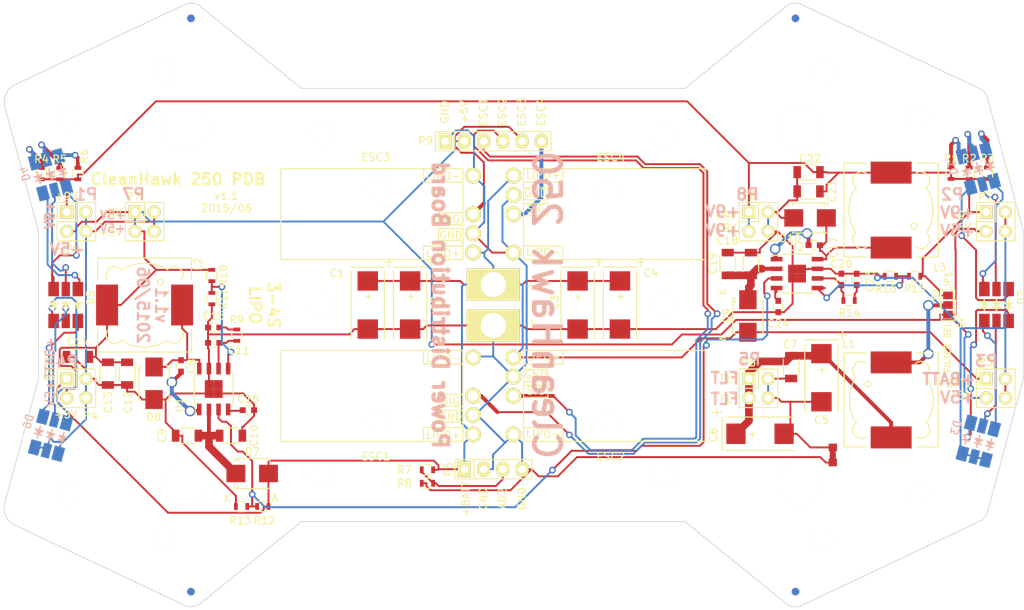
<source format=kicad_pcb>
(kicad_pcb (version 20171130) (host pcbnew "(5.1.12)-1")
  (title_block (title "CleanHawk 250 Power Distribution Board") (date "Thu 04 Jun 2015") (rev v1.1) (company "Kyle Manna"))
  (layers (0 F.Cu signal) (31 B.Cu signal) (34 B.Paste user hide) (35 F.Paste user hide) (36 B.SilkS user hide) (37 F.SilkS user hide) (38 B.Mask user hide) (39 F.Mask user hide) (44 Edge.Cuts user))
  (net 0 "")
  (net 1 ESC1)
  (net 2 ESC2)
  (net 3 ESC4)
  (net 4 ESC3)
  (net 5 GND)
  (net 6 "Net-(C8-Pad1)")
  (net 7 "Net-(C10-Pad1)")
  (net 8 +5V)
  (net 9 "Net-(C15-Pad1)")
  (net 10 "Net-(C16-Pad1)")
  (net 11 +BATT)
  (net 12 REG_EN)
  (net 13 "Net-(D5-Pad4)")
  (net 14 "Net-(D5-Pad5)")
  (net 15 "Net-(D5-Pad6)")
  (net 16 "Net-(C17-Pad1)")
  (net 17 "Net-(JP1-Pad2)")
  (net 18 GNDA)
  (net 19 "Net-(C5-Pad1)")
  (net 20 "Net-(C8-Pad2)")
  (net 21 "Net-(C11-Pad1)")
  (net 22 "Net-(C17-Pad2)")
  (net 23 "Net-(C18-Pad1)")
  (net 24 "Net-(C20-Pad1)")
  (net 25 "Net-(C23-Pad1)")
  (net 26 "Net-(C24-Pad1)")
  (net 27 "Net-(D1-Pad4)")
  (net 28 "Net-(D1-Pad5)")
  (net 29 "Net-(D1-Pad6)")
  (net 30 "Net-(D1-Pad1)")
  (net 31 "Net-(D1-Pad2)")
  (net 32 "Net-(D1-Pad3)")
  (net 33 "Net-(D2-Pad4)")
  (net 34 "Net-(D2-Pad5)")
  (net 35 "Net-(D2-Pad6)")
  (net 36 "Net-(D4-Pad4)")
  (net 37 "Net-(D4-Pad5)")
  (net 38 "Net-(D4-Pad6)")
  (net 39 "Net-(D4-Pad1)")
  (net 40 "Net-(D4-Pad2)")
  (net 41 "Net-(D4-Pad3)")
  (net 42 "Net-(P6-Pad3)")
  (net 43 "Net-(R10-Pad2)")
  (net 44 "Net-(R15-Pad2)")
  (net 45 +9V)
  (module Diodes_SMD:Diode-SMB_Standard (layer F.Cu) (at 95.25 100.33 270)
    (fp_text reference D8 (at 4.47 0.05) (layer F.SilkS))
    (fp_text value B340LB hide)
    (pad 1 smd rect (at -2.14884 0 270) (size 2.49936 2.30124) (layers F.Cu F.Paste F.Mask) (net 20 "Net-(C8-Pad2)"))
    (pad 2 smd rect (at 2.14884 0 270) (size 2.49936 2.30124) (layers F.Cu F.Paste F.Mask) (net 5 GND))
  )
  (module Diodes_SMD:Diode-SMB_Standard (layer F.Cu) (at 181.8 78.5 180)
    (fp_text reference D10 (at 2.6 -2.7 180) (layer F.SilkS))
    (fp_text value B340LB hide)
    (pad 1 smd rect (at -2.14884 0 180) (size 2.49936 2.30124) (layers F.Cu F.Paste F.Mask) (net 22 "Net-(C17-Pad2)"))
    (pad 2 smd rect (at 2.14884 0 180) (size 2.49936 2.30124) (layers F.Cu F.Paste F.Mask) (net 5 GND))
  )
  (module backpack:Kiss_ESC_18A_v1.1 (layer F.Cu) (at 124 78)
    (fp_text reference ESC3 (at 0.5 -7.5) (layer F.SilkS))
    (fp_text value KISS_ESC_18A hide)
    (fp_text user GND (at 10.4 2.775) (layer F.SilkS))
    (fp_text user SIG (at 10.4 0.675) (layer F.SilkS))
    (fp_text user ~ (at 14.2 0.8) (layer F.SilkS))
    (fp_text user LIPO+ (at 9.4 5.175) (layer F.SilkS))
    (fp_text user LIPO- (at 9.4 -5.025) (layer F.SilkS))
    (pad 1 thru_hole circle (at 13.335 5.08) (size 2.1 2.1) (drill 1.35) (layers *.Cu *.Mask F.SilkS) (net 11 +BATT))
    (pad 3 thru_hole circle (at 13.335 2.54) (size 2.1 2.1) (drill 1.35) (layers *.Cu *.Mask F.SilkS) (net 5 GND))
    (pad 2 thru_hole circle (at 13.335 0) (size 2.1 2.1) (drill 1.35) (layers *.Cu *.Mask F.SilkS) (net 4 ESC3))
    (pad 4 thru_hole circle (at 13.335 -5.08) (size 2.1 2.1) (drill 1.35) (layers *.Cu *.Mask F.SilkS) (net 5 GND))
  )
  (module backpack:Kiss_ESC_18A_v1.1 (layer F.Cu) (at 156 78 180)
    (fp_text reference ESC4 (at 0.5 7.5 180) (layer F.SilkS))
    (fp_text value KISS_ESC_18A hide)
    (fp_text user GND (at 10.4 2.775 180) (layer F.SilkS))
    (fp_text user SIG (at 10.4 0.675 180) (layer F.SilkS))
    (fp_text user ~ (at 14.2 0.8 180) (layer F.SilkS))
    (fp_text user LIPO+ (at 9.4 5.175 180) (layer F.SilkS))
    (fp_text user LIPO- (at 9.4 -5.025 180) (layer F.SilkS))
    (pad 1 thru_hole circle (at 13.335 5.08 180) (size 2.1 2.1) (drill 1.35) (layers *.Cu *.Mask F.SilkS) (net 11 +BATT))
    (pad 3 thru_hole circle (at 13.335 2.54 180) (size 2.1 2.1) (drill 1.35) (layers *.Cu *.Mask F.SilkS) (net 5 GND))
    (pad 2 thru_hole circle (at 13.335 0 180) (size 2.1 2.1) (drill 1.35) (layers *.Cu *.Mask F.SilkS) (net 3 ESC4))
    (pad 4 thru_hole circle (at 13.335 -5.08 180) (size 2.1 2.1) (drill 1.35) (layers *.Cu *.Mask F.SilkS) (net 5 GND))
  )
  (module backpack:Kiss_ESC_18A_v1.1 (layer F.Cu) (at 156 102 180)
    (fp_text reference ESC2 (at 0.5 -8 180) (layer F.SilkS))
    (fp_text value KISS_ESC_18A hide)
    (fp_text user GND (at 10.4 2.775 180) (layer F.SilkS))
    (fp_text user SIG (at 10.4 0.675 180) (layer F.SilkS))
    (fp_text user ~ (at 14.2 0.8 180) (layer F.SilkS))
    (fp_text user LIPO+ (at 9.4 5.175 180) (layer F.SilkS))
    (fp_text user LIPO- (at 9.4 -5.025 180) (layer F.SilkS))
    (pad 1 thru_hole circle (at 13.335 5.08 180) (size 2.1 2.1) (drill 1.35) (layers *.Cu *.Mask F.SilkS) (net 11 +BATT))
    (pad 3 thru_hole circle (at 13.335 2.54 180) (size 2.1 2.1) (drill 1.35) (layers *.Cu *.Mask F.SilkS) (net 5 GND))
    (pad 2 thru_hole circle (at 13.335 0 180) (size 2.1 2.1) (drill 1.35) (layers *.Cu *.Mask F.SilkS) (net 2 ESC2))
    (pad 4 thru_hole circle (at 13.335 -5.08 180) (size 2.1 2.1) (drill 1.35) (layers *.Cu *.Mask F.SilkS) (net 5 GND))
  )
  (module backpack:Kiss_ESC_18A_v1.1 (layer F.Cu) (at 124 102)
    (fp_text reference ESC1 (at 0.5 8) (layer F.SilkS))
    (fp_text value KISS_ESC_18A hide)
    (fp_text user GND (at 10.4 2.775) (layer F.SilkS))
    (fp_text user SIG (at 10.4 0.675) (layer F.SilkS))
    (fp_text user ~ (at 14.2 0.8) (layer F.SilkS))
    (fp_text user LIPO+ (at 9.4 5.175) (layer F.SilkS))
    (fp_text user LIPO- (at 9.4 -5.025) (layer F.SilkS))
    (pad 1 thru_hole circle (at 13.335 5.08) (size 2.1 2.1) (drill 1.35) (layers *.Cu *.Mask F.SilkS) (net 11 +BATT))
    (pad 3 thru_hole circle (at 13.335 2.54) (size 2.1 2.1) (drill 1.35) (layers *.Cu *.Mask F.SilkS) (net 5 GND))
    (pad 2 thru_hole circle (at 13.335 0) (size 2.1 2.1) (drill 1.35) (layers *.Cu *.Mask F.SilkS) (net 1 ESC1))
    (pad 4 thru_hole circle (at 13.335 -5.08) (size 2.1 2.1) (drill 1.35) (layers *.Cu *.Mask F.SilkS) (net 5 GND))
  )
  (module Capacitors_SMD:C_1206 (layer F.Cu) (at 179.3 98.2 270)
    (fp_text reference C7 (at -2.988 0.146) (layer F.SilkS))
    (fp_text value 10uF/35V hide)
    (pad 1 smd rect (at -1.5 0 270) (size 1 1.6) (layers F.Cu F.Paste F.Mask) (net 19 "Net-(C5-Pad1)"))
    (pad 2 smd rect (at 1.5 0 270) (size 1 1.6) (layers F.Cu F.Paste F.Mask) (net 18 GNDA))
  )
  (module Pin_Headers:Pin_Header_Straight_2x02 (layer F.Cu) (at 85 101 270)
    (fp_text reference P4 (at 3.648 -1.868 180) (layer F.SilkS))
    (fp_text value CONN_02X02 hide)
    (pad 1 thru_hole rect (at -1.27 1.27 270) (size 1.7272 1.7272) (drill 1.016) (layers *.Cu *.Mask F.SilkS) (net 11 +BATT))
    (pad 2 thru_hole oval (at -1.27 -1.27 270) (size 1.7272 1.7272) (drill 1.016) (layers *.Cu *.Mask F.SilkS) (net 5 GND))
    (pad 3 thru_hole oval (at 1.27 1.27 270) (size 1.7272 1.7272) (drill 1.016) (layers *.Cu *.Mask F.SilkS) (net 8 +5V))
    (pad 4 thru_hole oval (at 1.27 -1.27 270) (size 1.7272 1.7272) (drill 1.016) (layers *.Cu *.Mask F.SilkS) (net 5 GND))
  )
  (module Pin_Headers:Pin_Header_Straight_2x02 (layer F.Cu) (at 206.3 79 270)
    (fp_text reference P2 (at -3.308 1.322) (layer F.SilkS))
    (fp_text value CONN_02X02 hide)
    (pad 1 thru_hole rect (at -1.27 1.27 270) (size 1.7272 1.7272) (drill 1.016) (layers *.Cu *.Mask F.SilkS) (net 45 +9V))
    (pad 2 thru_hole oval (at -1.27 -1.27 270) (size 1.7272 1.7272) (drill 1.016) (layers *.Cu *.Mask F.SilkS) (net 5 GND))
    (pad 3 thru_hole oval (at 1.27 1.27 270) (size 1.7272 1.7272) (drill 1.016) (layers *.Cu *.Mask F.SilkS) (net 8 +5V))
    (pad 4 thru_hole oval (at 1.27 -1.27 270) (size 1.7272 1.7272) (drill 1.016) (layers *.Cu *.Mask F.SilkS) (net 5 GND))
  )
  (module Pin_Headers:Pin_Header_Straight_2x02 (layer F.Cu) (at 206.3 101 270)
    (fp_text reference P3 (at -3.464 1.322) (layer F.SilkS))
    (fp_text value CONN_02X02 hide)
    (pad 1 thru_hole rect (at -1.27 1.27 270) (size 1.7272 1.7272) (drill 1.016) (layers *.Cu *.Mask F.SilkS) (net 11 +BATT))
    (pad 2 thru_hole oval (at -1.27 -1.27 270) (size 1.7272 1.7272) (drill 1.016) (layers *.Cu *.Mask F.SilkS) (net 5 GND))
    (pad 3 thru_hole oval (at 1.27 1.27 270) (size 1.7272 1.7272) (drill 1.016) (layers *.Cu *.Mask F.SilkS) (net 8 +5V))
    (pad 4 thru_hole oval (at 1.27 -1.27 270) (size 1.7272 1.7272) (drill 1.016) (layers *.Cu *.Mask F.SilkS) (net 5 GND))
  )
  (module Pin_Headers:Pin_Header_Straight_2x02 (layer F.Cu) (at 85 79 270)
    (fp_text reference P1 (at -0.55 3.5 270) (layer F.SilkS))
    (fp_text value CONN_02X02 hide)
    (pad 1 thru_hole rect (at -1.27 1.27 270) (size 1.7272 1.7272) (drill 1.016) (layers *.Cu *.Mask F.SilkS) (net 45 +9V))
    (pad 2 thru_hole oval (at -1.27 -1.27 270) (size 1.7272 1.7272) (drill 1.016) (layers *.Cu *.Mask F.SilkS) (net 5 GND))
    (pad 3 thru_hole oval (at 1.27 1.27 270) (size 1.7272 1.7272) (drill 1.016) (layers *.Cu *.Mask F.SilkS) (net 8 +5V))
    (pad 4 thru_hole oval (at 1.27 -1.27 270) (size 1.7272 1.7272) (drill 1.016) (layers *.Cu *.Mask F.SilkS) (net 5 GND))
  )
  (module Capacitors_Tantalum_SMD:TantalC_SizeD_EIA-7343_Reflow (layer F.Cu) (at 175.2 107)
    (fp_text reference C6 (at -6.14 0.188 90) (layer F.SilkS))
    (fp_text value 100uF/16V hide)
    (fp_text user + (at -1.016 0) (layer F.SilkS))
    (pad 2 smd rect (at 3.175 0) (size 2.55016 2.70002) (layers F.Cu F.Paste F.Mask) (net 18 GNDA))
    (pad 1 smd rect (at -3.175 0) (size 2.55016 2.70002) (layers F.Cu F.Paste F.Mask) (net 19 "Net-(C5-Pad1)"))
  )
  (module Capacitors_Tantalum_SMD:TantalC_SizeD_EIA-7343_Reflow (layer F.Cu) (at 183.3 99.6 270)
    (fp_text reference C5 (at 5.588 0) (layer F.SilkS))
    (fp_text value 100uF/16V hide)
    (fp_text user + (at -1.016 0 270) (layer F.SilkS))
    (pad 2 smd rect (at 3.175 0 270) (size 2.55016 2.70002) (layers F.Cu F.Paste F.Mask) (net 18 GNDA))
    (pad 1 smd rect (at -3.175 0 270) (size 2.55016 2.70002) (layers F.Cu F.Paste F.Mask) (net 19 "Net-(C5-Pad1)"))
  )
  (module Resistors_SMD:R_0603 (layer F.Cu) (at 131.318 113.538 180)
    (fp_text reference R8 (at 3.048 0 180) (layer F.SilkS))
    (fp_text value 2.32k/1% hide)
    (pad 1 smd rect (at -0.75 0 180) (size 0.5 0.9) (layers F.Cu F.Paste F.Mask) (net 42 "Net-(P6-Pad3)"))
    (pad 2 smd rect (at 0.75 0 180) (size 0.5 0.9) (layers F.Cu F.Paste F.Mask) (net 5 GND))
  )
  (module Resistors_SMD:R_0603 (layer F.Cu) (at 131.318 111.76)
    (fp_text reference R7 (at -3.048 0) (layer F.SilkS))
    (fp_text value 10k/1% hide)
    (pad 1 smd rect (at -0.75 0) (size 0.5 0.9) (layers F.Cu F.Paste F.Mask) (net 42 "Net-(P6-Pad3)"))
    (pad 2 smd rect (at 0.75 0) (size 0.5 0.9) (layers F.Cu F.Paste F.Mask) (net 11 +BATT))
  )
  (module Capacitors_Tantalum_SMD:TantalC_SizeD_EIA-7343_Reflow (layer F.Cu) (at 156.718 90 270)
    (fp_text reference C4 (at -4.2 -4.082) (layer F.SilkS))
    (fp_text value 33uF/25V/np hide)
    (fp_text user + (at -1.1 0 270) (layer F.SilkS))
    (pad 2 smd rect (at 3.175 0 270) (size 2.55016 2.70002) (layers F.Cu F.Paste F.Mask) (net 5 GND))
    (pad 1 smd rect (at -3.175 0 270) (size 2.55016 2.70002) (layers F.Cu F.Paste F.Mask) (net 11 +BATT))
  )
  (module Capacitors_Tantalum_SMD:TantalC_SizeD_EIA-7343_Reflow (layer F.Cu) (at 129.032 90 270)
    (fp_text reference C2 (at -0.20066 -3.29946 270) (layer F.SilkS))
    (fp_text value 33uF/25V/np hide)
    (fp_text user + (at -1.1 0 270) (layer F.SilkS))
    (pad 2 smd rect (at 3.175 0 270) (size 2.55016 2.70002) (layers F.Cu F.Paste F.Mask) (net 5 GND))
    (pad 1 smd rect (at -3.175 0 270) (size 2.55016 2.70002) (layers F.Cu F.Paste F.Mask) (net 11 +BATT))
  )
  (module Capacitors_Tantalum_SMD:TantalC_SizeD_EIA-7343_Reflow (layer F.Cu) (at 123.444 90 270)
    (fp_text reference C1 (at -4.2 4.044) (layer F.SilkS))
    (fp_text value 33uF/25V/np hide)
    (fp_text user + (at -1.1 0 270) (layer F.SilkS))
    (pad 2 smd rect (at 3.175 0 270) (size 2.55016 2.70002) (layers F.Cu F.Paste F.Mask) (net 5 GND))
    (pad 1 smd rect (at -3.175 0 270) (size 2.55016 2.70002) (layers F.Cu F.Paste F.Mask) (net 11 +BATT))
  )
  (module Capacitors_Tantalum_SMD:TantalC_SizeD_EIA-7343_Reflow (layer F.Cu) (at 151.13 90 270)
    (fp_text reference C3 (at -0.338 3.004 270) (layer F.SilkS))
    (fp_text value 33uF/25V/np hide)
    (fp_text user + (at -1.016 0 270) (layer F.SilkS))
    (pad 2 smd rect (at 3.175 0 270) (size 2.55016 2.70002) (layers F.Cu F.Paste F.Mask) (net 5 GND))
    (pad 1 smd rect (at -3.175 0 270) (size 2.55016 2.70002) (layers F.Cu F.Paste F.Mask) (net 11 +BATT))
  )
  (module Pin_Headers:Pin_Header_Straight_2x02 (layer F.Cu) (at 175 101 270)
    (fp_text reference P5 (at -3.4 1.3 180) (layer F.SilkS))
    (fp_text value CONN_02X02 hide)
    (pad 1 thru_hole rect (at -1.27 1.27 270) (size 1.7272 1.7272) (drill 1.016) (layers *.Cu *.Mask F.SilkS) (net 19 "Net-(C5-Pad1)"))
    (pad 2 thru_hole oval (at -1.27 -1.27 270) (size 1.7272 1.7272) (drill 1.016) (layers *.Cu *.Mask F.SilkS) (net 18 GNDA))
    (pad 3 thru_hole oval (at 1.27 1.27 270) (size 1.7272 1.7272) (drill 1.016) (layers *.Cu *.Mask F.SilkS) (net 19 "Net-(C5-Pad1)"))
    (pad 4 thru_hole oval (at 1.27 -1.27 270) (size 1.7272 1.7272) (drill 1.016) (layers *.Cu *.Mask F.SilkS) (net 18 GNDA))
  )
  (module Pin_Headers:Pin_Header_Straight_2x02 (layer F.Cu) (at 175 79 270)
    (fp_text reference P8 (at -3.4 1.25 180) (layer F.SilkS))
    (fp_text value CONN_02X02 hide)
    (pad 1 thru_hole rect (at -1.27 1.27 270) (size 1.7272 1.7272) (drill 1.016) (layers *.Cu *.Mask F.SilkS) (net 45 +9V))
    (pad 2 thru_hole oval (at -1.27 -1.27 270) (size 1.7272 1.7272) (drill 1.016) (layers *.Cu *.Mask F.SilkS) (net 5 GND))
    (pad 3 thru_hole oval (at 1.27 1.27 270) (size 1.7272 1.7272) (drill 1.016) (layers *.Cu *.Mask F.SilkS) (net 45 +9V))
    (pad 4 thru_hole oval (at 1.27 -1.27 270) (size 1.7272 1.7272) (drill 1.016) (layers *.Cu *.Mask F.SilkS) (net 5 GND))
  )
  (module Pin_Headers:Pin_Header_Straight_2x02 (layer F.Cu) (at 94 79 270)
    (fp_text reference P7 (at -3.308 1.48) (layer F.SilkS))
    (fp_text value CONN_02X02 hide)
    (pad 1 thru_hole rect (at -1.27 1.27 270) (size 1.7272 1.7272) (drill 1.016) (layers *.Cu *.Mask F.SilkS) (net 8 +5V))
    (pad 2 thru_hole oval (at -1.27 -1.27 270) (size 1.7272 1.7272) (drill 1.016) (layers *.Cu *.Mask F.SilkS) (net 5 GND))
    (pad 3 thru_hole oval (at 1.27 1.27 270) (size 1.7272 1.7272) (drill 1.016) (layers *.Cu *.Mask F.SilkS) (net 8 +5V))
    (pad 4 thru_hole oval (at 1.27 -1.27 270) (size 1.7272 1.7272) (drill 1.016) (layers *.Cu *.Mask F.SilkS) (net 5 GND))
  )
  (module Pin_Headers:Pin_Header_Straight_1x04 (layer F.Cu) (at 140 111.68)
    (fp_text reference P6 (at -5.9 0 90) (layer F.SilkS))
    (fp_text value CONN_01X04 hide)
    (pad 1 thru_hole rect (at -3.81 0) (size 1.7272 2.032) (drill 1.016) (layers *.Cu *.Mask F.SilkS) (net 11 +BATT))
    (pad 2 thru_hole oval (at -1.27 0) (size 1.7272 2.032) (drill 1.016) (layers *.Cu *.Mask F.SilkS) (net 5 GND))
    (pad 3 thru_hole oval (at 1.27 0) (size 1.7272 2.032) (drill 1.016) (layers *.Cu *.Mask F.SilkS) (net 42 "Net-(P6-Pad3)"))
    (pad 4 thru_hole oval (at 3.81 0) (size 1.7272 2.032) (drill 1.016) (layers *.Cu *.Mask F.SilkS) (net 5 GND))
  )
  (module Pin_Headers:Pin_Header_Straight_1x06 (layer F.Cu) (at 140 68.372)
    (fp_text reference P9 (at -8.936 -0.046 180) (layer F.SilkS))
    (fp_text value CONN_01X06 hide)
    (pad 1 thru_hole rect (at -6.35 0) (size 1.7272 2.032) (drill 1.016) (layers *.Cu *.Mask F.SilkS) (net 5 GND))
    (pad 2 thru_hole oval (at -3.81 0) (size 1.7272 2.032) (drill 1.016) (layers *.Cu *.Mask F.SilkS) (net 8 +5V))
    (pad 3 thru_hole oval (at -1.27 0) (size 1.7272 2.032) (drill 1.016) (layers *.Cu *.Mask F.SilkS) (net 1 ESC1))
    (pad 4 thru_hole oval (at 1.27 0) (size 1.7272 2.032) (drill 1.016) (layers *.Cu *.Mask F.SilkS) (net 2 ESC2))
    (pad 5 thru_hole oval (at 3.81 0) (size 1.7272 2.032) (drill 1.016) (layers *.Cu *.Mask F.SilkS) (net 4 ESC3))
    (pad 6 thru_hole oval (at 6.35 0) (size 1.7272 2.032) (drill 1.016) (layers *.Cu *.Mask F.SilkS) (net 3 ESC4))
  )
  (module Capacitors_SMD:C_0603 (layer F.Cu) (at 182.35 82.1)
    (fp_text reference C17 (at 2.55 0.3 90) (layer F.SilkS))
    (fp_text value 100nF hide)
    (pad 1 smd rect (at -0.75 0) (size 0.8 0.75) (layers F.Cu F.Paste F.Mask) (net 16 "Net-(C17-Pad1)"))
    (pad 2 smd rect (at 0.75 0) (size 0.8 0.75) (layers F.Cu F.Paste F.Mask) (net 22 "Net-(C17-Pad2)"))
  )
  (module Capacitors_SMD:C_1206 (layer F.Cu) (at 173.99 84.582 90)
    (fp_text reference C18 (at 3.082 -3.09) (layer F.SilkS))
    (fp_text value 10uF/35V hide)
    (pad 1 smd rect (at -1.5 0 90) (size 1 1.6) (layers F.Cu F.Paste F.Mask) (net 23 "Net-(C18-Pad1)"))
    (pad 2 smd rect (at 1.5 0 90) (size 1 1.6) (layers F.Cu F.Paste F.Mask) (net 5 GND))
  )
  (module Capacitors_SMD:C_1206 (layer F.Cu) (at 170.942 84.582 90)
    (fp_text reference C19 (at 0.082 -1.942 90) (layer F.SilkS))
    (fp_text value 10uF/35V hide)
    (pad 1 smd rect (at -1.5 0 90) (size 1 1.6) (layers F.Cu F.Paste F.Mask) (net 23 "Net-(C18-Pad1)"))
    (pad 2 smd rect (at 1.5 0 90) (size 1 1.6) (layers F.Cu F.Paste F.Mask) (net 5 GND))
  )
  (module Capacitors_SMD:C_0603 (layer F.Cu) (at 185.928 86.614 90)
    (fp_text reference C20 (at 2.032 0) (layer F.SilkS))
    (fp_text value 18pF hide)
    (pad 1 smd rect (at -0.75 0 90) (size 0.8 0.75) (layers F.Cu F.Paste F.Mask) (net 24 "Net-(C20-Pad1)"))
    (pad 2 smd rect (at 0.75 0 90) (size 0.8 0.75) (layers F.Cu F.Paste F.Mask) (net 5 GND))
  )
  (module Capacitors_SMD:C_0603 (layer F.Cu) (at 187.96 86.614 90)
    (fp_text reference C23 (at -0.254 1.778 90) (layer F.SilkS))
    (fp_text value 680pF hide)
    (pad 1 smd rect (at -0.75 0 90) (size 0.8 0.75) (layers F.Cu F.Paste F.Mask) (net 25 "Net-(C23-Pad1)"))
    (pad 2 smd rect (at 0.75 0 90) (size 0.8 0.75) (layers F.Cu F.Paste F.Mask) (net 5 GND))
  )
  (module Capacitors_SMD:C_0603 (layer F.Cu) (at 177.6 90.2 270)
    (fp_text reference C24 (at 2.25 0) (layer F.SilkS))
    (fp_text value 8.2nF hide)
    (pad 1 smd rect (at -0.75 0 270) (size 0.8 0.75) (layers F.Cu F.Paste F.Mask) (net 26 "Net-(C24-Pad1)"))
    (pad 2 smd rect (at 0.75 0 270) (size 0.8 0.75) (layers F.Cu F.Paste F.Mask) (net 5 GND))
  )
  (module Capacitors_SMD:C_0603 (layer F.Cu) (at 98.806 98.044 90)
    (fp_text reference C8 (at -0.006 1.394 270) (layer F.SilkS))
    (fp_text value 100nF hide)
    (pad 1 smd rect (at -0.75 0 90) (size 0.8 0.75) (layers F.Cu F.Paste F.Mask) (net 6 "Net-(C8-Pad1)"))
    (pad 2 smd rect (at 0.75 0 90) (size 0.8 0.75) (layers F.Cu F.Paste F.Mask) (net 20 "Net-(C8-Pad2)"))
  )
  (module Capacitors_SMD:C_1206 (layer F.Cu) (at 99.6 107.25 180)
    (fp_text reference C9 (at 3.302 0 270) (layer F.SilkS))
    (fp_text value 10uF/35V hide)
    (pad 1 smd rect (at -1.5 0 180) (size 1 1.6) (layers F.Cu F.Paste F.Mask) (net 7 "Net-(C10-Pad1)"))
    (pad 2 smd rect (at 1.5 0 180) (size 1 1.6) (layers F.Cu F.Paste F.Mask) (net 5 GND))
  )
  (module Capacitors_SMD:C_1206 (layer F.Cu) (at 105.4 107.25)
    (fp_text reference C10 (at 3.048 0 90) (layer F.SilkS))
    (fp_text value 10uF/35V hide)
    (pad 1 smd rect (at -1.5 0) (size 1 1.6) (layers F.Cu F.Paste F.Mask) (net 7 "Net-(C10-Pad1)"))
    (pad 2 smd rect (at 1.5 0) (size 1 1.6) (layers F.Cu F.Paste F.Mask) (net 5 GND))
  )
  (module Capacitors_SMD:C_0603 (layer F.Cu) (at 103.124 94.996 180)
    (fp_text reference C11 (at -3.302 -1.016 180) (layer F.SilkS))
    (fp_text value 18pF hide)
    (pad 1 smd rect (at -0.75 0 180) (size 0.8 0.75) (layers F.Cu F.Paste F.Mask) (net 21 "Net-(C11-Pad1)"))
    (pad 2 smd rect (at 0.75 0 180) (size 0.8 0.75) (layers F.Cu F.Paste F.Mask) (net 5 GND))
  )
  (module Capacitors_SMD:C_0603 (layer F.Cu) (at 103.124 92.964 180)
    (fp_text reference C15 (at 0 1.524) (layer F.SilkS))
    (fp_text value 680pF hide)
    (pad 1 smd rect (at -0.75 0 180) (size 0.8 0.75) (layers F.Cu F.Paste F.Mask) (net 9 "Net-(C15-Pad1)"))
    (pad 2 smd rect (at 0.75 0 180) (size 0.8 0.75) (layers F.Cu F.Paste F.Mask) (net 5 GND))
  )
  (module Capacitors_SMD:C_0603 (layer F.Cu) (at 107.696 103.886)
    (fp_text reference C16 (at 0 -1.524) (layer F.SilkS))
    (fp_text value 8.2nF hide)
    (pad 1 smd rect (at -0.75 0) (size 0.8 0.75) (layers F.Cu F.Paste F.Mask) (net 10 "Net-(C16-Pad1)"))
    (pad 2 smd rect (at 0.75 0) (size 0.8 0.75) (layers F.Cu F.Paste F.Mask) (net 5 GND))
  )
  (module Resistors_SMD:R_0603 (layer F.Cu) (at 186.944 89.408)
    (fp_text reference R14 (at 0.056 1.642) (layer F.SilkS))
    (fp_text value 78.7k hide)
    (pad 1 smd rect (at -0.75 0) (size 0.5 0.9) (layers F.Cu F.Paste F.Mask) (net 24 "Net-(C20-Pad1)"))
    (pad 2 smd rect (at 0.75 0) (size 0.5 0.9) (layers F.Cu F.Paste F.Mask) (net 25 "Net-(C23-Pad1)"))
  )
  (module Resistors_SMD:R_0603 (layer F.Cu) (at 195.6 86.2 180)
    (fp_text reference R15 (at 0 -1.6) (layer F.SilkS))
    (fp_text value 10k/1% hide)
    (pad 1 smd rect (at -0.75 0 180) (size 0.5 0.9) (layers F.Cu F.Paste F.Mask) (net 45 +9V))
    (pad 2 smd rect (at 0.75 0 180) (size 0.5 0.9) (layers F.Cu F.Paste F.Mask) (net 44 "Net-(R15-Pad2)"))
  )
  (module Resistors_SMD:R_0603 (layer F.Cu) (at 192.4 86.2 180)
    (fp_text reference R16 (at 0.6 -1.65 180) (layer F.SilkS))
    (fp_text value 976/1% hide)
    (pad 1 smd rect (at -0.75 0 180) (size 0.5 0.9) (layers F.Cu F.Paste F.Mask) (net 44 "Net-(R15-Pad2)"))
    (pad 2 smd rect (at 0.75 0 180) (size 0.5 0.9) (layers F.Cu F.Paste F.Mask) (net 5 GND))
  )
  (module Resistors_SMD:R_0603 (layer F.Cu) (at 109.6 116.6 180)
    (fp_text reference R12 (at -0.2 -1.85 180) (layer F.SilkS))
    (fp_text value 169k/np hide)
    (pad 1 smd rect (at -0.75 0 180) (size 0.5 0.9) (layers F.Cu F.Paste F.Mask) (net 11 +BATT))
    (pad 2 smd rect (at 0.75 0 180) (size 0.5 0.9) (layers F.Cu F.Paste F.Mask) (net 12 REG_EN))
  )
  (module Resistors_SMD:R_0603 (layer F.Cu) (at 106.8 116.6 180)
    (fp_text reference R13 (at 0.2 -1.85 180) (layer F.SilkS))
    (fp_text value 28k/np hide)
    (pad 1 smd rect (at -0.75 0 180) (size 0.5 0.9) (layers F.Cu F.Paste F.Mask) (net 12 REG_EN))
    (pad 2 smd rect (at 0.75 0 180) (size 0.5 0.9) (layers F.Cu F.Paste F.Mask) (net 5 GND))
  )
  (module Resistors_SMD:R_0603 (layer F.Cu) (at 106.172 93.98 90)
    (fp_text reference R9 (at 2.032 0 180) (layer F.SilkS))
    (fp_text value 78.7k hide)
    (pad 1 smd rect (at -0.75 0 90) (size 0.5 0.9) (layers F.Cu F.Paste F.Mask) (net 21 "Net-(C11-Pad1)"))
    (pad 2 smd rect (at 0.75 0 90) (size 0.5 0.9) (layers F.Cu F.Paste F.Mask) (net 9 "Net-(C15-Pad1)"))
  )
  (module Resistors_SMD:R_0603 (layer F.Cu) (at 102.87 86.106 270)
    (fp_text reference R10 (at 0 -1.524 90) (layer F.SilkS))
    (fp_text value 10k/1% hide)
    (pad 1 smd rect (at -0.75 0 270) (size 0.5 0.9) (layers F.Cu F.Paste F.Mask) (net 8 +5V))
    (pad 2 smd rect (at 0.75 0 270) (size 0.5 0.9) (layers F.Cu F.Paste F.Mask) (net 43 "Net-(R10-Pad2)"))
  )
  (module Resistors_SMD:R_0603 (layer F.Cu) (at 102.87 89.154 270)
    (fp_text reference R11 (at 0 -1.524 270) (layer F.SilkS))
    (fp_text value 1.91k/1% hide)
    (pad 1 smd rect (at -0.75 0 270) (size 0.5 0.9) (layers F.Cu F.Paste F.Mask) (net 43 "Net-(R10-Pad2)"))
    (pad 2 smd rect (at 0.75 0 270) (size 0.5 0.9) (layers F.Cu F.Paste F.Mask) (net 5 GND))
  )
  (module Choke_SMD:Choke_SMD_12x12mm_h6mm (layer F.Cu) (at 192.5 77.47 90)
    (fp_text reference L3 (at -7.58 6.4 180) (layer F.SilkS))
    (fp_text value 8.2uH hide)
    (pad 1 smd rect (at -4.95046 0 90) (size 2.90068 5.40004) (layers F.Cu F.Paste F.Mask) (net 22 "Net-(C17-Pad2)"))
    (pad 2 smd rect (at 4.95046 0 90) (size 2.90068 5.40004) (layers F.Cu F.Paste F.Mask) (net 45 +9V))
  )
  (module Choke_SMD:Choke_SMD_12x12mm_h6mm (layer F.Cu) (at 94 90 180)
    (fp_text reference L2 (at -7.092 5.418 270) (layer F.SilkS))
    (fp_text value 8.2uH hide)
    (pad 1 smd rect (at -4.95046 0 180) (size 2.90068 5.40004) (layers F.Cu F.Paste F.Mask) (net 20 "Net-(C8-Pad2)"))
    (pad 2 smd rect (at 4.95046 0 180) (size 2.90068 5.40004) (layers F.Cu F.Paste F.Mask) (net 8 +5V))
  )
  (module ab2_jumper:AB2_SJMP_03-1 (layer F.Cu) (at 200 90 270)
    (fp_text reference JP1 (at -3.302 0 270) (layer F.SilkS) (effects (font (size 0.8128 0.8128))))
    (fp_text value "FILTER SEL" (at 5.6 0.06 270) (layer F.SilkS) (effects (font (size 0.8128 0.8128))))
    (fp_text user 5V (at 2.3656 -1.7784 270) (layer F.SilkS) (effects (font (size 0.8128 0.8128))))
    (fp_text user 9V (at -1.4 1.7 270) (layer F.SilkS) (effects (font (size 0.8128 0.8128))))
    (pad 2 smd rect (at 0 0 90) (size 1.016 1.27) (layers F.Cu F.Paste F.Mask) (net 17 "Net-(JP1-Pad2)"))
    (pad 3 smd rect (at 1.27 0 90) (size 1.016 1.27) (layers F.Cu F.Paste F.Mask) (net 8 +5V))
    (pad 1 smd rect (at -1.27 0 90) (size 1.016 1.27) (layers F.Cu F.Paste F.Mask) (net 45 +9V))
  )
  (module backpack:NetTie-I_Connected_SMD (layer F.Cu) (at 184.798 109.8 90)
    (fp_text reference JP2 hide)
    (fp_text value JUMPER hide)
    (fp_line (start 0.4 0) (end -0.4 0) (layer F.Cu) (width 0.8))
    (pad 1 smd rect (at -1 0 90) (size 1 1.1) (layers F.Cu) (net 5 GND))
    (pad 2 smd rect (at 1 0 90) (size 1 1.1) (layers F.Cu) (net 18 GNDA))
  )
  (module backpack:FIDUCIAL_1MM (layer B.Cu) (at 179.88 52.15)
    (fp_text reference F4 hide)
    (fp_text value SPECIAL hide)
    (pad 1 smd circle (at 0 0) (size 1 1) (layers B.Cu B.Mask) (clearance 0.7))
  )
  (module backpack:FIDUCIAL_1MM (layer F.Cu) (at 179.88 52.15)
    (fp_text reference F3 hide)
    (fp_text value SPECIAL hide)
    (pad 1 smd circle (at 0 0) (size 1 1) (layers F.Cu F.Mask) (clearance 0.7))
  )
  (module backpack:FIDUCIAL_1MM (layer B.Cu) (at 100.12 127.85)
    (fp_text reference F2 hide)
    (fp_text value SPECIAL hide)
    (pad 1 smd circle (at 0 0) (size 1 1) (layers B.Cu B.Mask) (clearance 0.7))
  )
  (module backpack:FIDUCIAL_1MM (layer F.Cu) (at 100.12 127.85)
    (fp_text reference F1 hide)
    (fp_text value SPECIAL hide)
    (pad 1 smd circle (at 0 0) (size 1 1) (layers F.Cu F.Mask) (clearance 0.7))
  )
  (module Capacitors_SMD:C_1206 (layer F.Cu) (at 91.694 99.06 270)
    (fp_text reference C12 (at 3.79 -0.106 270) (layer F.SilkS))
    (fp_text value 22uF/10V hide)
    (pad 1 smd rect (at -1.5 0 270) (size 1 1.6) (layers F.Cu F.Paste F.Mask) (net 8 +5V))
    (pad 2 smd rect (at 1.5 0 270) (size 1 1.6) (layers F.Cu F.Paste F.Mask) (net 5 GND))
  )
  (module Capacitors_SMD:C_1206 (layer F.Cu) (at 89.154 99.06 270)
    (fp_text reference C13 (at 3.79 -0.046 90) (layer F.SilkS))
    (fp_text value 22uF/10V hide)
    (pad 1 smd rect (at -1.5 0 270) (size 1 1.6) (layers F.Cu F.Paste F.Mask) (net 8 +5V))
    (pad 2 smd rect (at 1.5 0 270) (size 1 1.6) (layers F.Cu F.Paste F.Mask) (net 5 GND))
  )
  (module Capacitors_SMD:C_1206 (layer F.Cu) (at 85.2 96.85 180)
    (fp_text reference C14 (at 0 2 180) (layer F.SilkS))
    (fp_text value 22uF/10V hide)
    (pad 1 smd rect (at -1.5 0 180) (size 1 1.6) (layers F.Cu F.Paste F.Mask) (net 8 +5V))
    (pad 2 smd rect (at 1.5 0 180) (size 1 1.6) (layers F.Cu F.Paste F.Mask) (net 5 GND))
  )
  (module Capacitors_SMD:C_1206 (layer F.Cu) (at 181.6 75 180)
    (fp_text reference C21 (at -3.1 0.05 270) (layer F.SilkS))
    (fp_text value 22uF/16V hide)
    (pad 1 smd rect (at -1.5 0 180) (size 1 1.6) (layers F.Cu F.Paste F.Mask) (net 45 +9V))
    (pad 2 smd rect (at 1.5 0 180) (size 1 1.6) (layers F.Cu F.Paste F.Mask) (net 5 GND))
  )
  (module Capacitors_SMD:C_1206 (layer F.Cu) (at 181.6 72.45 180)
    (fp_text reference C22 (at -0.2 1.8 180) (layer F.SilkS))
    (fp_text value 22uF/16V hide)
    (pad 1 smd rect (at -1.5 0 180) (size 1 1.6) (layers F.Cu F.Paste F.Mask) (net 45 +9V))
    (pad 2 smd rect (at 1.5 0 180) (size 1 1.6) (layers F.Cu F.Paste F.Mask) (net 5 GND))
  )
  (module Choke_SMD:Choke_SMD_12x12mm_h6mm (layer F.Cu) (at 192.5 102.53 270)
    (fp_text reference L1 (at -7.38 5.6) (layer F.SilkS))
    (fp_text value 820uH hide)
    (pad 1 smd rect (at -4.95046 0 270) (size 2.90068 5.40004) (layers F.Cu F.Paste F.Mask) (net 17 "Net-(JP1-Pad2)"))
    (pad 2 smd rect (at 4.95046 0 270) (size 2.90068 5.40004) (layers F.Cu F.Paste F.Mask) (net 19 "Net-(C5-Pad1)"))
  )
  (module backpack:FIDUCIAL_1MM (layer F.Cu) (at 179.88 127.85)
    (fp_text reference F5 hide)
    (fp_text value SPECIAL hide)
    (pad 1 smd circle (at 0 0) (size 1 1) (layers F.Cu F.Mask) (clearance 0.7))
  )
  (module backpack:FIDUCIAL_1MM (layer B.Cu) (at 179.88 127.85)
    (fp_text reference F6 hide)
    (fp_text value SPECIAL hide)
    (pad 1 smd circle (at 0 0) (size 1 1) (layers B.Cu B.Mask) (clearance 0.7))
  )
  (module backpack:FIDUCIAL_1MM (layer F.Cu) (at 100.12 52.15)
    (fp_text reference F7 hide)
    (fp_text value SPECIAL hide)
    (pad 1 smd circle (at 0 0) (size 1 1) (layers F.Cu F.Mask) (clearance 0.7))
  )
  (module backpack:FIDUCIAL_1MM (layer B.Cu) (at 100.12 52.15)
    (fp_text reference F8 hide)
    (fp_text value SPECIAL hide)
    (pad 1 smd circle (at 0 0) (size 1 1) (layers B.Cu B.Mask) (clearance 0.7))
  )
  (module Resistors_SMD:R_0603 (layer F.Cu) (at 200.4 72.6 270)
    (fp_text reference R1 (at -1.95 0) (layer F.SilkS))
    (fp_text value 68 hide)
    (pad 1 smd rect (at -0.75 0 270) (size 0.5 0.9) (layers F.Cu F.Paste F.Mask) (net 30 "Net-(D1-Pad1)"))
    (pad 2 smd rect (at 0.75 0 270) (size 0.5 0.9) (layers F.Cu F.Paste F.Mask) (net 45 +9V))
  )
  (module Resistors_SMD:R_0603 (layer F.Cu) (at 202.8 72.6 270)
    (fp_text reference R2 (at -1.95 0) (layer F.SilkS))
    (fp_text value 120 hide)
    (pad 1 smd rect (at -0.75 0 270) (size 0.5 0.9) (layers F.Cu F.Paste F.Mask) (net 31 "Net-(D1-Pad2)"))
    (pad 2 smd rect (at 0.75 0 270) (size 0.5 0.9) (layers F.Cu F.Paste F.Mask) (net 45 +9V))
  )
  (module Resistors_SMD:R_0603 (layer F.Cu) (at 205.2 72.6 270)
    (fp_text reference R3 (at -1.95 0) (layer F.SilkS))
    (fp_text value 68 hide)
    (pad 1 smd rect (at -0.75 0 270) (size 0.5 0.9) (layers F.Cu F.Paste F.Mask) (net 32 "Net-(D1-Pad3)"))
    (pad 2 smd rect (at 0.75 0 270) (size 0.5 0.9) (layers F.Cu F.Paste F.Mask) (net 45 +9V))
  )
  (module Resistors_SMD:R_0603 (layer F.Cu) (at 80.4 72.65 270)
    (fp_text reference R4 (at -1.9 0) (layer F.SilkS))
    (fp_text value 68/np hide)
    (pad 1 smd rect (at -0.75 0 270) (size 0.5 0.9) (layers F.Cu F.Paste F.Mask) (net 39 "Net-(D4-Pad1)"))
    (pad 2 smd rect (at 0.75 0 270) (size 0.5 0.9) (layers F.Cu F.Paste F.Mask) (net 45 +9V))
  )
  (module Resistors_SMD:R_0603 (layer F.Cu) (at 82.8 72.65 270)
    (fp_text reference R5 (at -1.9 0) (layer F.SilkS))
    (fp_text value 120 hide)
    (pad 1 smd rect (at -0.75 0 270) (size 0.5 0.9) (layers F.Cu F.Paste F.Mask) (net 40 "Net-(D4-Pad2)"))
    (pad 2 smd rect (at 0.75 0 270) (size 0.5 0.9) (layers F.Cu F.Paste F.Mask) (net 45 +9V))
  )
  (module Resistors_SMD:R_0603 (layer F.Cu) (at 85.2 72.65 270)
    (fp_text reference R6 (at -2.3 -0.8 270) (layer F.SilkS))
    (fp_text value 68/np hide)
    (pad 1 smd rect (at -0.75 0 270) (size 0.5 0.9) (layers F.Cu F.Paste F.Mask) (net 41 "Net-(D4-Pad3)"))
    (pad 2 smd rect (at 0.75 0 270) (size 0.5 0.9) (layers F.Cu F.Paste F.Mask) (net 45 +9V))
  )
  (module backpack:Emax250_Bottom_Holes (layer F.Cu) (at 140 90)
    (fp_text reference FRAME1 hide)
    (fp_text value SPECIAL hide)
    (pad "" np_thru_hole circle (at -15.25 -15.25) (size 3.1 3.1) (drill 3.1) (layers *.Cu *.Mask F.SilkS) (clearance 1.65))
    (pad "" np_thru_hole circle (at -15.25 15.25) (size 3.1 3.1) (drill 3.1) (layers *.Cu *.Mask F.SilkS) (clearance 1.65))
    (pad "" np_thru_hole circle (at 15.25 15.25) (size 3.1 3.1) (drill 3.1) (layers *.Cu *.Mask F.SilkS) (clearance 1.65))
    (pad "" np_thru_hole circle (at -56 -24.8) (size 3.1 3.1) (drill 3.1) (layers *.Cu *.Mask F.SilkS) (clearance 2.375))
    (pad "" np_thru_hole circle (at -43.4 -30.8) (size 3.1 3.1) (drill 3.1) (layers *.Cu *.Mask F.SilkS) (clearance 2.375))
    (pad "" np_thru_hole circle (at 43.4 -30.8) (size 3.1 3.1) (drill 3.1) (layers *.Cu *.Mask F.SilkS) (clearance 2.375))
    (pad "" np_thru_hole circle (at 56 -24.8) (size 3.1 3.1) (drill 3.1) (layers *.Cu *.Mask F.SilkS) (clearance 2.375))
    (pad "" np_thru_hole circle (at 56 24.8) (size 3.1 3.1) (drill 3.1) (layers *.Cu *.Mask F.SilkS) (clearance 2.375))
    (pad "" np_thru_hole circle (at 43.4 30.8) (size 3.1 3.1) (drill 3.1) (layers *.Cu *.Mask F.SilkS) (clearance 2.375))
    (pad "" np_thru_hole circle (at -43.4 30.8) (size 3.1 3.1) (drill 3.1) (layers *.Cu *.Mask F.SilkS) (clearance 2.375))
    (pad "" np_thru_hole circle (at -56 24.8) (size 3.1 3.1) (drill 3.1) (layers *.Cu *.Mask F.SilkS) (clearance 2.375))
    (pad "" np_thru_hole circle (at 22.5 0) (size 3.1 3.1) (drill 3.1) (layers *.Cu *.Mask F.SilkS) (clearance 1.65))
    (pad "" np_thru_hole circle (at -22.5 0) (size 3.1 3.1) (drill 3.1) (layers *.Cu *.Mask F.SilkS) (clearance 1.65))
    (pad "" np_thru_hole circle (at -22.5 -22.5) (size 3.1 3.1) (drill 3.1) (layers *.Cu *.Mask F.SilkS) (clearance 1.65))
    (pad "" np_thru_hole circle (at 22.5 -22.5) (size 3.1 3.1) (drill 3.1) (layers *.Cu *.Mask F.SilkS) (clearance 1.65))
    (pad "" np_thru_hole circle (at -22.5 22.5) (size 3.1 3.1) (drill 3.1) (layers *.Cu *.Mask F.SilkS) (clearance 1.65))
    (pad "" np_thru_hole circle (at 22.5 22.5) (size 3.1 3.1) (drill 3.1) (layers *.Cu *.Mask F.SilkS) (clearance 1.65))
    (pad "" np_thru_hole circle (at 40.5 -23.5) (size 6 6) (drill 6) (layers *.Cu *.Mask F.SilkS) (clearance 0.3048))
    (pad "" np_thru_hole circle (at 40.5 23.5) (size 6 6) (drill 6) (layers *.Cu *.Mask F.SilkS) (clearance 0.3048))
    (pad "" np_thru_hole circle (at -40.5 -23.5) (size 6 6) (drill 6) (layers *.Cu *.Mask F.SilkS) (clearance 0.3048))
    (pad "" np_thru_hole circle (at -40.5 23.5) (size 6 6) (drill 6) (layers *.Cu *.Mask F.SilkS) (clearance 0.3048))
    (pad "" np_thru_hole circle (at 15.25 -15.25) (size 3.1 3.1) (drill 3.1) (layers *.Cu *.Mask F.SilkS) (clearance 1.65))
  )
  (module backpack:WirePads_12AWG_TH (layer F.Cu) (at 140 90 270)
    (fp_text reference W1 hide)
    (fp_text value WIREPADS hide)
    (fp_text user - (at 2.5 -5 270) (layer F.SilkS) (effects (font (size 1.5 1.5))))
    (fp_text user + (at -2.5 -5 270) (layer F.SilkS) (effects (font (size 1.5 1.5))))
    (pad + thru_hole rect (at -2.7 0 270) (size 4.25 7) (drill 3.3) (layers *.Cu *.Mask F.SilkS) (net 11 +BATT))
    (pad - thru_hole rect (at 2.7 0 270) (size 4.25 7) (drill 3.3) (layers *.Cu *.Mask F.SilkS) (net 5 GND))
  )
  (module backpack:LED_5050_RGB (layer B.Cu) (at 204 72 285)
    (fp_text reference D1 (at -1 3.3 285) (layer B.SilkS) (effects (justify mirror)))
    (fp_text value RGB_LED_5050 hide)
    (pad 4 smd rect (at 2.1 -1.6 285) (size 1.9 1.4) (layers B.Cu B.Paste B.Mask) (net 27 "Net-(D1-Pad4)"))
    (pad 5 smd rect (at 2.1 0 285) (size 1.9 1.1) (layers B.Cu B.Paste B.Mask) (net 28 "Net-(D1-Pad5)"))
    (pad 6 smd rect (at 2.1 1.6 285) (size 1.9 1.4) (layers B.Cu B.Paste B.Mask) (net 29 "Net-(D1-Pad6)"))
    (pad 1 smd rect (at -2.1 1.6 285) (size 1.9 1.4) (layers B.Cu B.Paste B.Mask) (net 30 "Net-(D1-Pad1)"))
    (pad 2 smd rect (at -2.1 0 285) (size 1.9 1.1) (layers B.Cu B.Paste B.Mask) (net 31 "Net-(D1-Pad2)"))
    (pad 3 smd rect (at -2.1 -1.6 285) (size 1.9 1.4) (layers B.Cu B.Paste B.Mask) (net 32 "Net-(D1-Pad3)"))
  )
  (module backpack:LED_5050_RGB (layer F.Cu) (at 206.4 90 270)
    (fp_text reference D2 (at -1 -3.3 270) (layer F.SilkS))
    (fp_text value RGB_LED_5050 hide)
    (pad 4 smd rect (at 2.1 1.6 270) (size 1.9 1.4) (layers F.Cu F.Paste F.Mask) (net 33 "Net-(D2-Pad4)"))
    (pad 5 smd rect (at 2.1 0 270) (size 1.9 1.1) (layers F.Cu F.Paste F.Mask) (net 34 "Net-(D2-Pad5)"))
    (pad 6 smd rect (at 2.1 -1.6 270) (size 1.9 1.4) (layers F.Cu F.Paste F.Mask) (net 35 "Net-(D2-Pad6)"))
    (pad 1 smd rect (at -2.1 -1.6 270) (size 1.9 1.4) (layers F.Cu F.Paste F.Mask) (net 29 "Net-(D1-Pad6)"))
    (pad 2 smd rect (at -2.1 0 270) (size 1.9 1.1) (layers F.Cu F.Paste F.Mask) (net 28 "Net-(D1-Pad5)"))
    (pad 3 smd rect (at -2.1 1.6 270) (size 1.9 1.4) (layers F.Cu F.Paste F.Mask) (net 27 "Net-(D1-Pad4)"))
  )
  (module backpack:LED_5050_RGB (layer B.Cu) (at 204 108 255)
    (fp_text reference D3 (at -1 3.3 255) (layer B.SilkS) (effects (justify mirror)))
    (fp_text value RGB_LED_5050 hide)
    (pad 4 smd rect (at 2.1 -1.6 255) (size 1.9 1.4) (layers B.Cu B.Paste B.Mask) (net 5 GND))
    (pad 5 smd rect (at 2.1 0 255) (size 1.9 1.1) (layers B.Cu B.Paste B.Mask) (net 5 GND))
    (pad 6 smd rect (at 2.1 1.6 255) (size 1.9 1.4) (layers B.Cu B.Paste B.Mask) (net 5 GND))
    (pad 1 smd rect (at -2.1 1.6 255) (size 1.9 1.4) (layers B.Cu B.Paste B.Mask) (net 35 "Net-(D2-Pad6)"))
    (pad 2 smd rect (at -2.1 0 255) (size 1.9 1.1) (layers B.Cu B.Paste B.Mask) (net 34 "Net-(D2-Pad5)"))
    (pad 3 smd rect (at -2.1 -1.6 255) (size 1.9 1.4) (layers B.Cu B.Paste B.Mask) (net 33 "Net-(D2-Pad4)"))
  )
  (module backpack:LED_5050_RGB (layer B.Cu) (at 81.6 107.2 255)
    (fp_text reference D6 (at -1 3.3 255) (layer B.SilkS) (effects (justify mirror)))
    (fp_text value RGB_LED_5050 hide)
    (pad 4 smd rect (at 2.1 -1.6 255) (size 1.9 1.4) (layers B.Cu B.Paste B.Mask) (net 5 GND))
    (pad 5 smd rect (at 2.1 0 255) (size 1.9 1.1) (layers B.Cu B.Paste B.Mask) (net 5 GND))
    (pad 6 smd rect (at 2.1 1.6 255) (size 1.9 1.4) (layers B.Cu B.Paste B.Mask) (net 5 GND))
    (pad 1 smd rect (at -2.1 1.6 255) (size 1.9 1.4) (layers B.Cu B.Paste B.Mask) (net 15 "Net-(D5-Pad6)"))
    (pad 2 smd rect (at -2.1 0 255) (size 1.9 1.1) (layers B.Cu B.Paste B.Mask) (net 14 "Net-(D5-Pad5)"))
    (pad 3 smd rect (at -2.1 -1.6 255) (size 1.9 1.4) (layers B.Cu B.Paste B.Mask) (net 13 "Net-(D5-Pad4)"))
  )
  (module backpack:LED_5050_RGB (layer B.Cu) (at 81.6 72.8 285)
    (fp_text reference D4 (at -1 3.3 285) (layer B.SilkS) (effects (justify mirror)))
    (fp_text value RGB_LED_5050 hide)
    (pad 4 smd rect (at 2.1 -1.6 285) (size 1.9 1.4) (layers B.Cu B.Paste B.Mask) (net 36 "Net-(D4-Pad4)"))
    (pad 5 smd rect (at 2.1 0 285) (size 1.9 1.1) (layers B.Cu B.Paste B.Mask) (net 37 "Net-(D4-Pad5)"))
    (pad 6 smd rect (at 2.1 1.6 285) (size 1.9 1.4) (layers B.Cu B.Paste B.Mask) (net 38 "Net-(D4-Pad6)"))
    (pad 1 smd rect (at -2.1 1.6 285) (size 1.9 1.4) (layers B.Cu B.Paste B.Mask) (net 39 "Net-(D4-Pad1)"))
    (pad 2 smd rect (at -2.1 0 285) (size 1.9 1.1) (layers B.Cu B.Paste B.Mask) (net 40 "Net-(D4-Pad2)"))
    (pad 3 smd rect (at -2.1 -1.6 285) (size 1.9 1.4) (layers B.Cu B.Paste B.Mask) (net 41 "Net-(D4-Pad3)"))
  )
  (module backpack:LED_5050_RGB (layer F.Cu) (at 83.6 90 270)
    (fp_text reference D5 (at -1 -3.3 270) (layer F.SilkS))
    (fp_text value RGB_LED_5050 hide)
    (pad 4 smd rect (at 2.1 1.6 270) (size 1.9 1.4) (layers F.Cu F.Paste F.Mask) (net 13 "Net-(D5-Pad4)"))
    (pad 5 smd rect (at 2.1 0 270) (size 1.9 1.1) (layers F.Cu F.Paste F.Mask) (net 14 "Net-(D5-Pad5)"))
    (pad 6 smd rect (at 2.1 -1.6 270) (size 1.9 1.4) (layers F.Cu F.Paste F.Mask) (net 15 "Net-(D5-Pad6)"))
    (pad 1 smd rect (at -2.1 -1.6 270) (size 1.9 1.4) (layers F.Cu F.Paste F.Mask) (net 38 "Net-(D4-Pad6)"))
    (pad 2 smd rect (at -2.1 0 270) (size 1.9 1.1) (layers F.Cu F.Paste F.Mask) (net 37 "Net-(D4-Pad5)"))
    (pad 3 smd rect (at -2.1 1.6 270) (size 1.9 1.4) (layers F.Cu F.Paste F.Mask) (net 36 "Net-(D4-Pad4)"))
  )
  (module Housings_SOIC:SOIC-8-1EP_3.9x4.9mm_Pitch1.27mm (layer F.Cu) (at 180.086 85.852)
    (fp_text reference U2 (at 0 -3.5) (layer F.SilkS))
    (fp_text value TPS54331 hide)
    (pad 1 smd rect (at -2.7 -1.905) (size 1.55 0.6) (layers F.Cu F.Paste F.Mask) (net 16 "Net-(C17-Pad1)"))
    (pad 2 smd rect (at -2.7 -0.635) (size 1.55 0.6) (layers F.Cu F.Paste F.Mask) (net 23 "Net-(C18-Pad1)"))
    (pad 3 smd rect (at -2.7 0.635) (size 1.55 0.6) (layers F.Cu F.Paste F.Mask) (net 12 REG_EN))
    (pad 4 smd rect (at -2.7 1.905) (size 1.55 0.6) (layers F.Cu F.Paste F.Mask) (net 26 "Net-(C24-Pad1)"))
    (pad 5 smd rect (at 2.7 1.905) (size 1.55 0.6) (layers F.Cu F.Paste F.Mask) (net 44 "Net-(R15-Pad2)"))
    (pad 6 smd rect (at 2.7 0.635) (size 1.55 0.6) (layers F.Cu F.Paste F.Mask) (net 24 "Net-(C20-Pad1)"))
    (pad 7 smd rect (at 2.7 -0.635) (size 1.55 0.6) (layers F.Cu F.Paste F.Mask) (net 5 GND))
    (pad 8 smd rect (at 2.7 -1.905) (size 1.55 0.6) (layers F.Cu F.Paste F.Mask) (net 22 "Net-(C17-Pad2)"))
    (pad 9 smd rect (at 0.5875 0.5875) (size 1.175 1.175) (layers F.Cu F.Paste F.Mask) (net 5 GND))
    (pad 9 smd rect (at 0.5875 -0.5875) (size 1.175 1.175) (layers F.Cu F.Paste F.Mask) (net 5 GND))
    (pad 9 smd rect (at -0.5875 0.5875) (size 1.175 1.175) (layers F.Cu F.Paste F.Mask) (net 5 GND))
    (pad 9 smd rect (at -0.5875 -0.5875) (size 1.175 1.175) (layers F.Cu F.Paste F.Mask) (net 5 GND))
  )
  (module Housings_SOIC:SOIC-8-1EP_3.9x4.9mm_Pitch1.27mm (layer F.Cu) (at 103.124 101.092 90)
    (fp_text reference U1 (at -2.108 -4.574 90) (layer F.SilkS))
    (fp_text value TPS54331 hide)
    (pad 1 smd rect (at -2.7 -1.905 90) (size 1.55 0.6) (layers F.Cu F.Paste F.Mask) (net 6 "Net-(C8-Pad1)"))
    (pad 2 smd rect (at -2.7 -0.635 90) (size 1.55 0.6) (layers F.Cu F.Paste F.Mask) (net 7 "Net-(C10-Pad1)"))
    (pad 3 smd rect (at -2.7 0.635 90) (size 1.55 0.6) (layers F.Cu F.Paste F.Mask) (net 12 REG_EN))
    (pad 4 smd rect (at -2.7 1.905 90) (size 1.55 0.6) (layers F.Cu F.Paste F.Mask) (net 10 "Net-(C16-Pad1)"))
    (pad 5 smd rect (at 2.7 1.905 90) (size 1.55 0.6) (layers F.Cu F.Paste F.Mask) (net 43 "Net-(R10-Pad2)"))
    (pad 6 smd rect (at 2.7 0.635 90) (size 1.55 0.6) (layers F.Cu F.Paste F.Mask) (net 21 "Net-(C11-Pad1)"))
    (pad 7 smd rect (at 2.7 -0.635 90) (size 1.55 0.6) (layers F.Cu F.Paste F.Mask) (net 5 GND))
    (pad 8 smd rect (at 2.7 -1.905 90) (size 1.55 0.6) (layers F.Cu F.Paste F.Mask) (net 20 "Net-(C8-Pad2)"))
    (pad 9 smd rect (at 0.5875 0.5875 90) (size 1.175 1.175) (layers F.Cu F.Paste F.Mask) (net 5 GND))
    (pad 9 smd rect (at 0.5875 -0.5875 90) (size 1.175 1.175) (layers F.Cu F.Paste F.Mask) (net 5 GND))
    (pad 9 smd rect (at -0.5875 0.5875 90) (size 1.175 1.175) (layers F.Cu F.Paste F.Mask) (net 5 GND))
    (pad 9 smd rect (at -0.5875 -0.5875 90) (size 1.175 1.175) (layers F.Cu F.Paste F.Mask) (net 5 GND))
  )
  (module Diodes_SMD:Diode-SMB_Standard (layer F.Cu) (at 173.6 91.45 270)
    (fp_text reference D9 (at -0.05 2.8 270) (layer F.SilkS))
    (fp_text value B340LB hide)
    (fp_text user K (at -3.25 3.3 270) (layer F.SilkS))
    (fp_text user A (at 3 3.2 270) (layer F.SilkS))
    (pad 1 smd rect (at -2.14884 0 270) (size 2.49936 2.30124) (layers F.Cu F.Paste F.Mask) (net 23 "Net-(C18-Pad1)"))
    (pad 2 smd rect (at 2.14884 0 270) (size 2.49936 2.30124) (layers F.Cu F.Paste F.Mask) (net 11 +BATT))
  )
  (module Diodes_SMD:Diode-SMB_Standard (layer F.Cu) (at 108.2 112.25)
    (fp_text reference D7 (at 0 -2.85) (layer F.SilkS))
    (fp_text value B340LB hide)
    (fp_text user K (at -3.25 3.3) (layer F.SilkS))
    (fp_text user A (at 3 3.2) (layer F.SilkS))
    (pad 1 smd rect (at -2.14884 0) (size 2.49936 2.30124) (layers F.Cu F.Paste F.Mask) (net 7 "Net-(C10-Pad1)"))
    (pad 2 smd rect (at 2.14884 0) (size 2.49936 2.30124) (layers F.Cu F.Paste F.Mask) (net 11 +BATT))
  )
  (gr_line (start 114.698444 61.394568) (end 101.392249 50.594281) (layer Edge.Cuts) (width 0.1))
  (gr_line (start 205.230946 62.712813) (end 209.852442 79.920929) (layer Edge.Cuts) (width 0.1))
  (gr_line (start 165.298444 118.594568) (end 178.656921 129.437291) (layer Edge.Cuts) (width 0.1))
  (gr_line (start 99.271 50.338325) (end 76.920409 60.905752) (layer Edge.Cuts) (width 0.1))
  (gr_line (start 180.665012 129.679593) (end 204.143033 118.579115) (layer Edge.Cuts) (width 0.1))
  (gr_line (start 79.998444 99.794568) (end 75.562448 116.138407) (layer Edge.Cuts) (width 0.1))
  (gr_line (start 101.392249 129.394855) (end 114.698444 118.594568) (layer Edge.Cuts) (width 0.1))
  (gr_line (start 79.998444 89.994568) (end 79.998444 80.194568) (layer Edge.Cuts) (width 0.1))
  (gr_line (start 114.698444 61.394568) (end 165.298444 61.394568) (layer Edge.Cuts) (width 0.1))
  (gr_line (start 209.998444 98.961664) (end 209.998444 89.994568) (layer Edge.Cuts) (width 0.1))
  (gr_line (start 165.298444 61.394568) (end 178.656921 50.551845) (layer Edge.Cuts) (width 0.1))
  (gr_line (start 114.698444 118.594568) (end 165.298444 118.594568) (layer Edge.Cuts) (width 0.1))
  (gr_line (start 76.920409 119.083384) (end 99.271 129.650811) (layer Edge.Cuts) (width 0.1))
  (gr_line (start 180.665012 50.309543) (end 204.143033 61.410021) (layer Edge.Cuts) (width 0.1))
  (gr_line (start 205.230946 117.276323) (end 209.852442 100.068207) (layer Edge.Cuts) (width 0.1))
  (gr_line (start 75.562448 63.850729) (end 79.998444 80.194568) (layer Edge.Cuts) (width 0.1))
  (gr_line (start 209.998444 81.027472) (end 209.998444 89.994568) (layer Edge.Cuts) (width 0.1))
  (gr_line (start 79.998444 89.994568) (end 79.998444 99.794568) (layer Edge.Cuts) (width 0.1))
  (gr_arc (start 203.279245 116.752165) (end 204.143033 118.579115) (angle -49.66216605) (layer Edge.Cuts) (width 0.1))
  (gr_arc (start 203.279245 63.236971) (end 205.230946 62.712813) (angle -49.66216605) (layer Edge.Cuts) (width 0.1))
  (gr_arc (start 205.732234 98.961664) (end 209.852442 100.068207) (angle -15.03290968) (layer Edge.Cuts) (width 0.1))
  (gr_arc (start 78 63.189136) (end 76.920409 60.905752) (angle -79.8802954) (layer Edge.Cuts) (width 0.1))
  (gr_arc (start 100.128282 52.151515) (end 101.392249 50.594281) (angle -64.37025072) (layer Edge.Cuts) (width 0.1))
  (gr_arc (start 205.732234 81.027472) (end 209.998444 81.027472) (angle -15.03290968) (layer Edge.Cuts) (width 0.1))
  (gr_arc (start 179.853462 127.963126) (end 178.656921 129.437291) (angle -64.37025072) (layer Edge.Cuts) (width 0.1))
  (gr_arc (start 100.128282 127.837621) (end 99.271 129.650811) (angle -64.37025072) (layer Edge.Cuts) (width 0.1))
  (gr_arc (start 179.853462 52.02601) (end 180.665012 50.309543) (angle -64.37025072) (layer Edge.Cuts) (width 0.1))
  (gr_arc (start 78 116.8) (end 75.562448 116.138407) (angle -79.8802954) (layer Edge.Cuts) (width 0.1))
  (gr_text "+5V\n+5V" (at 89.8 79) (layer B.SilkS) (effects (font (size 1.1 1.1) (thickness 0.2)) (justify mirror)))
  (gr_text P7 (at 92.55 75.4) (layer B.SilkS) (effects (font (size 1.5 1.5) (thickness 0.3)) (justify mirror)))
  (gr_text P4 (at 83.75 97.5) (layer B.SilkS) (effects (font (size 1.5 1.5) (thickness 0.3)) (justify mirror)))
  (gr_text +5V (at 81.55 101.65 90) (layer B.SilkS) (effects (font (size 1.2 1.2) (thickness 0.2)) (justify mirror)))
  (gr_text +BATT (at 81.55 97 90) (layer B.SilkS) (effects (font (size 1.2 1.2) (thickness 0.2)) (justify mirror)))
  (gr_text P1 (at 86.3 75.4) (layer B.SilkS) (effects (font (size 1.5 1.5) (thickness 0.3)) (justify mirror)))
  (gr_text +5V (at 83.8 82.65) (layer B.SilkS) (effects (font (size 1.5 1.5) (thickness 0.3)) (justify mirror)))
  (gr_text +9V (at 81.5 78.1 90) (layer B.SilkS) (effects (font (size 1.2 1.2) (thickness 0.3)) (justify mirror)))
  (gr_text P3 (at 205.05 97.4) (layer B.SilkS) (effects (font (size 1.5 1.5) (thickness 0.3)) (justify mirror)))
  (gr_text "+BATT\n+5V" (at 203.75 101) (layer B.SilkS) (effects (font (size 1.5 1.5) (thickness 0.3)) (justify left mirror)))
  (gr_text P2 (at 200.55 75.4) (layer B.SilkS) (effects (font (size 1.5 1.5) (thickness 0.3)) (justify mirror)))
  (gr_text "+9V\n+5V" (at 203.75 79) (layer B.SilkS) (effects (font (size 1.5 1.5) (thickness 0.3)) (justify left mirror)))
  (gr_text P8 (at 173.55 75.4) (layer B.SilkS) (effects (font (size 1.5 1.5) (thickness 0.3)) (justify mirror)))
  (gr_text P5 (at 173.8 97.15) (layer B.SilkS) (effects (font (size 1.5 1.5) (thickness 0.3)) (justify mirror)))
  (gr_text FLT (at 170.55 102.4) (layer B.SilkS) (effects (font (size 1.5 1.5) (thickness 0.3)) (justify mirror)))
  (gr_text FLT (at 170.55 99.65) (layer B.SilkS) (effects (font (size 1.5 1.5) (thickness 0.3)) (justify mirror)))
  (gr_text +9V (at 170.3 80.15) (layer B.SilkS) (effects (font (size 1.5 1.5) (thickness 0.3)) (justify mirror)))
  (gr_text +9V (at 170.3 77.65) (layer B.SilkS) (effects (font (size 1.5 1.5) (thickness 0.3)) (justify mirror)))
  (gr_text "v1.1\n2015/06" (at 104.8 76.4) (layer F.SilkS) (effects (font (size 1 1))))
  (gr_text "CleanHawk 250 PDB" (at 98.4 73.4) (layer F.SilkS) (effects (font (size 1.5 1.5) (thickness 0.3))))
  (gr_text FLT (at 171.1 102.4) (layer F.SilkS) (effects (font (size 1 1))))
  (gr_text +5V (at 89.5 80.4) (layer F.SilkS) (effects (font (size 1 1))))
  (gr_text +5V (at 89.5 77.8) (layer F.SilkS) (effects (font (size 1 1))))
  (gr_text +5V (at 83.6 104.45) (layer F.SilkS) (effects (font (size 1 1))))
  (gr_text +BATT (at 81.5 99 90) (layer F.SilkS) (effects (font (size 1 1))))
  (gr_text +5V (at 83.4 82.45) (layer F.SilkS) (effects (font (size 1 1))))
  (gr_text +9V (at 83.6 75.65) (layer F.SilkS) (effects (font (size 1 1))))
  (gr_text "+BATT\n+5V" (at 203.2 101.15) (layer F.SilkS) (effects (font (size 1 1)) (justify right)))
  (gr_text "+9V\n+5V" (at 203.2 79) (layer F.SilkS) (effects (font (size 1 1)) (justify right)))
  (gr_text FLT (at 171.1 99.7) (layer F.SilkS) (effects (font (size 1 1))))
  (gr_text "+9V\n+9V" (at 170.6 79) (layer F.SilkS) (effects (font (size 1 1))))
  (gr_text "v1.1\n2015/06" (at 95 90 270) (layer B.SilkS) (effects (font (size 1.5 1.5) (thickness 0.3)) (justify mirror)))
  (gr_text "Power Distribution Board" (at 133 90 270) (layer B.SilkS) (effects (font (size 2 2) (thickness 0.5)) (justify mirror)))
  (gr_text "CleanHawk 250" (at 147 90 270) (layer B.SilkS) (effects (font (size 3.5 3.5) (thickness 0.6)) (justify mirror)))
  (gr_text ESC4 (at 146.304 64.516 90) (layer F.SilkS) (effects (font (size 1 1))))
  (gr_text ESC3 (at 143.764 64.516 90) (layer F.SilkS) (effects (font (size 1 1))))
  (gr_text ESC2 (at 141.224 64.516 90) (layer F.SilkS) (effects (font (size 1 1))))
  (gr_text ESC1 (at 138.684 64.516 90) (layer F.SilkS) (effects (font (size 1 1))))
  (gr_text +5V (at 136.144 64.516 90) (layer F.SilkS) (effects (font (size 1 1))))
  (gr_text GND (at 133.604 64.516 90) (layer F.SilkS) (effects (font (size 1 1))))
  (gr_text AD2 (at 141.224 115.57 90) (layer F.SilkS) (effects (font (size 1 1))))
  (gr_text GND (at 143.764 115.57 90) (layer F.SilkS) (effects (font (size 1 1))))
  (gr_text GND (at 138.684 115.57 90) (layer F.SilkS) (effects (font (size 1 1))))
  (gr_text +BATT (at 136.398 115.57 90) (layer F.SilkS) (effects (font (size 1 1))))
  (gr_text "3-4S\nLIPO" (at 109.8 90 270) (layer F.SilkS) (effects (font (size 1.5 1.5) (thickness 0.3))))
  (segment (start 138.73 68.5244) (end 138.73 68.372) (width 0.254) (layer F.Cu) (net 1))
  (segment (start 140.55 104.15) (end 147.05 104.15) (width 0.254) (layer F.Cu) (net 1))
  (segment (start 147.05 104.15) (end 150.05 107.15) (width 0.254) (layer F.Cu) (net 1))
  (segment (start 137.335 102) (end 138.4 102) (width 0.508) (layer F.Cu) (net 1))
  (segment (start 138.4 102) (end 140.55 104.15) (width 0.508) (layer F.Cu) (net 1))
  (segment (start 150.05 107.15) (end 152.55 109.65) (width 0.254) (layer B.Cu) (net 1))
  (segment (start 152.55 109.65) (end 158.518 109.65) (width 0.254) (layer B.Cu) (net 1))
  (segment (start 158.518 109.65) (end 160.01 108.158) (width 0.254) (layer B.Cu) (net 1))
  (segment (start 160.01 108.158) (end 166.792 108.158) (width 0.254) (layer B.Cu) (net 1))
  (segment (start 166.792 108.158) (end 167.3 107.65) (width 0.254) (layer B.Cu) (net 1))
  (segment (start 167.3 107.65) (end 167.3 94.8684) (width 0.254) (layer B.Cu) (net 1))
  (segment (start 167.3 94.8684) (end 168.808 93.3604) (width 0.254) (layer B.Cu) (net 1))
  (segment (start 168.808 93.3604) (end 168.808 91.892) (width 0.254) (layer B.Cu) (net 1))
  (segment (start 168.808 91.892) (end 169.55 91.15) (width 0.254) (layer B.Cu) (net 1))
  (segment (start 138.73 68.5244) (end 138.73 68.372) (width 0.254) (layer F.Cu) (net 1))
  (segment (start 169.55 91.15) (end 168.24 89.8398) (width 0.254) (layer F.Cu) (net 1))
  (segment (start 168.24 89.8398) (end 168.24 72.3714) (width 0.254) (layer F.Cu) (net 1))
  (segment (start 168.24 72.3714) (end 167.735 71.8663) (width 0.254) (layer F.Cu) (net 1))
  (segment (start 167.735 71.8663) (end 167.268 71.4) (width 0.254) (layer F.Cu) (net 1))
  (segment (start 167.268 71.4) (end 160.05 71.4) (width 0.254) (layer F.Cu) (net 1))
  (segment (start 160.05 71.4) (end 159.05 70.4) (width 0.254) (layer F.Cu) (net 1))
  (segment (start 159.05 70.4) (end 139.564 70.4) (width 0.254) (layer F.Cu) (net 1))
  (segment (start 139.564 70.4) (end 138.73 69.5661) (width 0.254) (layer F.Cu) (net 1))
  (segment (start 138.73 69.5661) (end 138.73 68.5244) (width 0.254) (layer F.Cu) (net 1))
  (via (at 150.05 107.15) (size 0.889) (layers F.Cu B.Cu) (net 1))
  (via (at 169.55 91.15) (size 0.889) (layers F.Cu B.Cu) (net 1))
  (segment (start 141.27 68.2196) (end 141.27 67.53) (width 0.254) (layer F.Cu) (net 2))
  (segment (start 141.27 68.372) (end 141.27 68.2196) (width 0.254) (layer F.Cu) (net 2))
  (segment (start 142.665 102) (end 147.9 102) (width 0.508) (layer F.Cu) (net 2))
  (segment (start 147.9 102) (end 150.05 104.15) (width 0.254) (layer F.Cu) (net 2))
  (segment (start 141.27 68.372) (end 141.27 68.73) (width 0.254) (layer B.Cu) (net 2))
  (segment (start 150.05 104.15) (end 150.876 104.976) (width 0.254) (layer B.Cu) (net 2))
  (segment (start 150.876 104.976) (end 150.876 107.226) (width 0.254) (layer B.Cu) (net 2))
  (segment (start 150.876 107.226) (end 152.792 109.142) (width 0.254) (layer B.Cu) (net 2))
  (segment (start 152.792 109.142) (end 158.308 109.142) (width 0.254) (layer B.Cu) (net 2))
  (segment (start 158.308 109.142) (end 159.8 107.65) (width 0.254) (layer B.Cu) (net 2))
  (segment (start 159.8 107.65) (end 166.582 107.65) (width 0.254) (layer B.Cu) (net 2))
  (segment (start 166.582 107.65) (end 166.792 107.44) (width 0.254) (layer B.Cu) (net 2))
  (segment (start 166.792 107.44) (end 166.792 94.658) (width 0.254) (layer B.Cu) (net 2))
  (segment (start 166.792 94.658) (end 168.3 93.15) (width 0.254) (layer B.Cu) (net 2))
  (segment (start 168.3 93.15) (end 168.3 91.15) (width 0.254) (layer B.Cu) (net 2))
  (segment (start 168.3 91.15) (end 168.3 90.6184) (width 0.254) (layer F.Cu) (net 2))
  (segment (start 168.3 90.6184) (end 167.732 90.0503) (width 0.254) (layer F.Cu) (net 2))
  (segment (start 167.732 90.0503) (end 167.732 72.5818) (width 0.254) (layer F.Cu) (net 2))
  (segment (start 167.732 72.5818) (end 167.058 71.908) (width 0.254) (layer F.Cu) (net 2))
  (segment (start 167.058 71.908) (end 159.84 71.908) (width 0.254) (layer F.Cu) (net 2))
  (segment (start 159.84 71.908) (end 158.84 70.908) (width 0.254) (layer F.Cu) (net 2))
  (segment (start 158.84 70.908) (end 139.353 70.908) (width 0.254) (layer F.Cu) (net 2))
  (segment (start 139.353 70.908) (end 137.485 69.0399) (width 0.254) (layer F.Cu) (net 2))
  (segment (start 137.485 69.0399) (end 137.485 67.4646) (width 0.254) (layer F.Cu) (net 2))
  (segment (start 137.485 67.4646) (end 137.975 66.975) (width 0.254) (layer F.Cu) (net 2))
  (segment (start 137.975 66.975) (end 140.025 66.975) (width 0.254) (layer F.Cu) (net 2))
  (segment (start 140.025 66.975) (end 141.27 68.2196) (width 0.254) (layer F.Cu) (net 2))
  (segment (start 141.27 68.2196) (end 141.27 68.372) (width 0.254) (layer F.Cu) (net 2))
  (via (at 150.05 104.15) (size 0.889) (layers F.Cu B.Cu) (net 2))
  (via (at 168.3 91.15) (size 0.889) (layers F.Cu B.Cu) (net 2))
  (segment (start 142.665 78) (end 144.15 78) (width 0.508) (layer B.Cu) (net 3))
  (segment (start 144.15 78) (end 146.35 75.7999) (width 0.508) (layer B.Cu) (net 3))
  (segment (start 146.35 75.7999) (end 146.35 68.372) (width 0.508) (layer B.Cu) (net 3))
  (segment (start 143.81 68.5244) (end 143.81 68.372) (width 0.508) (layer F.Cu) (net 4))
  (segment (start 138.766 76.569) (end 138.766 71.184) (width 0.254) (layer F.Cu) (net 4))
  (segment (start 138.766 71.184) (end 137.482 69.9) (width 0.254) (layer F.Cu) (net 4))
  (segment (start 137.482 69.9) (end 135.805 69.9) (width 0.254) (layer F.Cu) (net 4))
  (segment (start 135.805 69.9) (end 134.945 69.0399) (width 0.254) (layer F.Cu) (net 4))
  (segment (start 134.945 69.0399) (end 134.945 67.7041) (width 0.254) (layer F.Cu) (net 4))
  (segment (start 134.945 67.7041) (end 136.182 66.467) (width 0.254) (layer F.Cu) (net 4))
  (segment (start 136.182 66.467) (end 142.057 66.467) (width 0.254) (layer F.Cu) (net 4))
  (segment (start 142.057 66.467) (end 143.81 68.2196) (width 0.254) (layer F.Cu) (net 4))
  (segment (start 143.81 68.2196) (end 143.81 68.372) (width 0.254) (layer F.Cu) (net 4))
  (segment (start 137.335 78) (end 138.766 76.569) (width 0.508) (layer F.Cu) (net 4))
  (segment (start 82.602 109.6426) (end 83.0215 108.0771) (width 0.254) (layer B.Cu) (net 5))
  (segment (start 86.27 99.73) (end 86.27 102.27) (width 0.254) (layer B.Cu) (net 5))
  (segment (start 201.66 93.0579) (end 201.66 92.7299) (width 0.254) (layer B.Cu) (net 5))
  (segment (start 201.66 92.7299) (end 195.3431 86.413) (width 0.254) (layer B.Cu) (net 5))
  (segment (start 195.3431 86.413) (end 190.6908 86.413) (width 0.254) (layer B.Cu) (net 5))
  (segment (start 201.911 109.6143) (end 201.66 109.3633) (width 0.254) (layer B.Cu) (net 5))
  (segment (start 201.66 109.3633) (end 201.66 93.0579) (width 0.254) (layer B.Cu) (net 5))
  (segment (start 207.57 93.0579) (end 201.66 93.0579) (width 0.254) (layer B.Cu) (net 5))
  (segment (start 207.57 93.0579) (end 207.57 80.27) (width 0.254) (layer B.Cu) (net 5))
  (segment (start 207.57 99.73) (end 207.57 93.0579) (width 0.254) (layer B.Cu) (net 5))
  (segment (start 190.6908 86.413) (end 190.8059 86.413) (width 0.254) (layer F.Cu) (net 5))
  (segment (start 190.8059 86.413) (end 191.0189 86.2) (width 0.254) (layer F.Cu) (net 5))
  (segment (start 201.911 109.6143) (end 203.2997 109.9864) (width 0.254) (layer B.Cu) (net 5))
  (segment (start 86.27 99.73) (end 86.27 98.4853) (width 0.254) (layer F.Cu) (net 5))
  (segment (start 83.7 96.85) (end 84.5811 96.85) (width 0.254) (layer F.Cu) (net 5))
  (segment (start 84.5811 96.85) (end 86.2164 98.4853) (width 0.254) (layer F.Cu) (net 5))
  (segment (start 86.2164 98.4853) (end 86.27 98.4853) (width 0.254) (layer F.Cu) (net 5))
  (segment (start 142.665 83.08) (end 144.4101 84.8251) (width 0.254) (layer B.Cu) (net 5))
  (segment (start 144.4101 84.8251) (end 144.4101 97.7149) (width 0.254) (layer B.Cu) (net 5))
  (segment (start 144.4101 97.7149) (end 142.665 99.46) (width 0.254) (layer B.Cu) (net 5))
  (segment (start 142.665 75.46) (end 141.2186 76.9064) (width 0.254) (layer B.Cu) (net 5))
  (segment (start 141.2186 76.9064) (end 141.2186 81.6336) (width 0.254) (layer B.Cu) (net 5))
  (segment (start 141.2186 81.6336) (end 142.665 83.08) (width 0.254) (layer B.Cu) (net 5))
  (segment (start 177.6 90.95) (end 171.612 90.95) (width 0.254) (layer F.Cu) (net 5))
  (segment (start 171.612 90.95) (end 169.387 93.175) (width 0.254) (layer F.Cu) (net 5))
  (segment (start 169.387 93.175) (end 156.718 93.175) (width 0.254) (layer F.Cu) (net 5))
  (segment (start 102.374 93.8804) (end 102.374 94.996) (width 0.254) (layer F.Cu) (net 5))
  (segment (start 102.374 92.964) (end 102.374 93.8804) (width 0.254) (layer F.Cu) (net 5))
  (segment (start 121.7129 93.175) (end 121.0075 93.8804) (width 0.254) (layer F.Cu) (net 5))
  (segment (start 121.0075 93.8804) (end 102.374 93.8804) (width 0.254) (layer F.Cu) (net 5))
  (segment (start 123.444 93.175) (end 121.7129 93.175) (width 0.254) (layer F.Cu) (net 5))
  (segment (start 129.032 93.175) (end 123.444 93.175) (width 0.254) (layer F.Cu) (net 5))
  (segment (start 177.9781 90.95) (end 177.6 90.95) (width 0.254) (layer F.Cu) (net 5))
  (segment (start 177.9781 90.95) (end 178.3561 90.95) (width 0.254) (layer F.Cu) (net 5))
  (segment (start 137.3975 72.92) (end 138.8226 74.3451) (width 0.254) (layer B.Cu) (net 5))
  (segment (start 138.8226 74.3451) (end 138.8226 79.0524) (width 0.254) (layer B.Cu) (net 5))
  (segment (start 138.8226 79.0524) (end 137.335 80.54) (width 0.254) (layer B.Cu) (net 5))
  (segment (start 133.65 68.372) (end 135.0654 66.9566) (width 0.254) (layer B.Cu) (net 5))
  (segment (start 135.0654 66.9566) (end 136.6922 66.9566) (width 0.254) (layer B.Cu) (net 5))
  (segment (start 136.6922 66.9566) (end 137.46 67.7244) (width 0.254) (layer B.Cu) (net 5))
  (segment (start 137.46 67.7244) (end 137.46 72.8575) (width 0.254) (layer B.Cu) (net 5))
  (segment (start 137.46 72.8575) (end 137.3975 72.92) (width 0.254) (layer B.Cu) (net 5))
  (segment (start 137.3975 72.92) (end 137.335 72.92) (width 0.254) (layer B.Cu) (net 5))
  (segment (start 142.665 83.08) (end 139.875 83.08) (width 0.254) (layer F.Cu) (net 5))
  (segment (start 139.875 83.08) (end 137.335 80.54) (width 0.254) (layer F.Cu) (net 5))
  (segment (start 140 92.7) (end 140 93.953) (width 0.254) (layer B.Cu) (net 5))
  (segment (start 141.5643 108.1807) (end 142.665 107.08) (width 0.254) (layer B.Cu) (net 5))
  (segment (start 139.9747 111.68) (end 139.9747 109.7703) (width 0.254) (layer B.Cu) (net 5))
  (segment (start 139.9747 109.7703) (end 141.5643 108.1807) (width 0.254) (layer B.Cu) (net 5))
  (segment (start 141.5643 108.1807) (end 137.9235 104.54) (width 0.254) (layer B.Cu) (net 5))
  (segment (start 137.9235 104.54) (end 137.9235 104.2015) (width 0.254) (layer B.Cu) (net 5))
  (segment (start 137.9235 104.2015) (end 142.665 99.46) (width 0.254) (layer B.Cu) (net 5))
  (segment (start 137.335 104.54) (end 137.9235 104.54) (width 0.254) (layer B.Cu) (net 5))
  (segment (start 140 96.795) (end 142.665 99.46) (width 0.254) (layer B.Cu) (net 5))
  (segment (start 140 93.953) (end 140 96.795) (width 0.254) (layer B.Cu) (net 5))
  (segment (start 140 96.795) (end 137.46 96.795) (width 0.254) (layer B.Cu) (net 5))
  (segment (start 137.46 96.795) (end 137.335 96.92) (width 0.254) (layer B.Cu) (net 5))
  (segment (start 173.99 83.082) (end 175.1711 83.082) (width 0.254) (layer F.Cu) (net 5))
  (segment (start 175.1711 83.082) (end 175.1711 82.6136) (width 0.254) (layer F.Cu) (net 5))
  (segment (start 175.1711 82.6136) (end 177.5147 80.27) (width 0.254) (layer F.Cu) (net 5))
  (segment (start 170.942 83.082) (end 173.99 83.082) (width 0.254) (layer F.Cu) (net 5))
  (segment (start 98.5406 107.25) (end 96.7817 105.4911) (width 0.254) (layer F.Cu) (net 5))
  (segment (start 96.7817 105.4911) (end 96.7817 102.4788) (width 0.254) (layer F.Cu) (net 5))
  (segment (start 98.5406 107.25) (end 98.9811 107.25) (width 0.254) (layer F.Cu) (net 5))
  (segment (start 98.1 107.25) (end 98.5406 107.25) (width 0.254) (layer F.Cu) (net 5))
  (segment (start 106.9 107.25) (end 106.9 106.0689) (width 0.254) (layer F.Cu) (net 5))
  (segment (start 108.446 103.886) (end 108.446 104.6421) (width 0.254) (layer F.Cu) (net 5))
  (segment (start 106.9 106.0689) (end 107.0192 106.0689) (width 0.254) (layer F.Cu) (net 5))
  (segment (start 107.0192 106.0689) (end 108.446 104.6421) (width 0.254) (layer F.Cu) (net 5))
  (segment (start 95.25 102.4788) (end 93.7183 102.4788) (width 0.254) (layer F.Cu) (net 5))
  (segment (start 91.694 100.56) (end 91.694 101.4411) (width 0.254) (layer F.Cu) (net 5))
  (segment (start 91.694 101.4411) (end 92.6806 101.4411) (width 0.254) (layer F.Cu) (net 5))
  (segment (start 92.6806 101.4411) (end 93.7183 102.4788) (width 0.254) (layer F.Cu) (net 5))
  (segment (start 89.154 100.56) (end 91.694 100.56) (width 0.254) (layer F.Cu) (net 5))
  (segment (start 88.5635 100.56) (end 89.154 100.56) (width 0.254) (layer F.Cu) (net 5))
  (segment (start 88.5635 100.56) (end 87.9729 100.56) (width 0.254) (layer F.Cu) (net 5))
  (segment (start 180.1 75) (end 180.1 76.1811) (width 0.254) (layer F.Cu) (net 5))
  (segment (start 180.1 76.1811) (end 179.0636 76.1811) (width 0.254) (layer F.Cu) (net 5))
  (segment (start 179.0636 76.1811) (end 177.5147 77.73) (width 0.254) (layer F.Cu) (net 5))
  (segment (start 180.1 72.45) (end 180.1 75) (width 0.254) (layer F.Cu) (net 5))
  (segment (start 86.27 99.73) (end 87.5147 99.73) (width 0.254) (layer F.Cu) (net 5))
  (segment (start 87.5147 99.73) (end 87.5147 100.1018) (width 0.254) (layer F.Cu) (net 5))
  (segment (start 87.5147 100.1018) (end 87.9729 100.56) (width 0.254) (layer F.Cu) (net 5))
  (segment (start 86.27 80.27) (end 86.27 98.4853) (width 0.254) (layer B.Cu) (net 5))
  (segment (start 86.27 77.73) (end 86.27 80.27) (width 0.254) (layer B.Cu) (net 5))
  (segment (start 86.27 99.73) (end 86.27 98.4853) (width 0.254) (layer B.Cu) (net 5))
  (segment (start 176.27 77.73) (end 177.5147 77.73) (width 0.254) (layer F.Cu) (net 5))
  (segment (start 179.6512 78.5) (end 178.0204 78.5) (width 0.254) (layer F.Cu) (net 5))
  (segment (start 177.5147 77.73) (end 177.5147 77.9943) (width 0.254) (layer F.Cu) (net 5))
  (segment (start 177.5147 77.9943) (end 178.0204 78.5) (width 0.254) (layer F.Cu) (net 5))
  (segment (start 176.27 80.27) (end 176.27 77.73) (width 0.254) (layer B.Cu) (net 5))
  (segment (start 86.27 80.27) (end 87.5147 80.27) (width 0.254) (layer F.Cu) (net 5))
  (segment (start 95.27 79) (end 88.7847 79) (width 0.254) (layer F.Cu) (net 5))
  (segment (start 88.7847 79) (end 87.5147 80.27) (width 0.254) (layer F.Cu) (net 5))
  (segment (start 95.27 79) (end 95.27 77.73) (width 0.254) (layer F.Cu) (net 5))
  (segment (start 95.27 80.27) (end 95.27 79) (width 0.254) (layer F.Cu) (net 5))
  (segment (start 140 92.7) (end 143.8811 92.7) (width 0.254) (layer F.Cu) (net 5))
  (segment (start 151.13 93.175) (end 144.3561 93.175) (width 0.254) (layer F.Cu) (net 5))
  (segment (start 144.3561 93.175) (end 143.8811 92.7) (width 0.254) (layer F.Cu) (net 5))
  (segment (start 156.718 93.175) (end 151.13 93.175) (width 0.254) (layer F.Cu) (net 5))
  (segment (start 129.032 93.175) (end 130.7631 93.175) (width 0.254) (layer F.Cu) (net 5))
  (segment (start 130.7631 93.175) (end 131.2381 92.7) (width 0.254) (layer F.Cu) (net 5))
  (segment (start 131.2381 92.7) (end 136.1189 92.7) (width 0.254) (layer F.Cu) (net 5))
  (segment (start 140 92.7) (end 136.1189 92.7) (width 0.254) (layer F.Cu) (net 5))
  (segment (start 131.1991 113.538) (end 131.1991 113.9324) (width 0.254) (layer F.Cu) (net 5))
  (segment (start 131.1991 113.9324) (end 131.7262 114.4595) (width 0.254) (layer F.Cu) (net 5))
  (segment (start 131.7262 114.4595) (end 142.2752 114.4595) (width 0.254) (layer F.Cu) (net 5))
  (segment (start 142.2752 114.4595) (end 145.0547 111.68) (width 0.254) (layer F.Cu) (net 5))
  (segment (start 130.568 113.538) (end 131.1991 113.538) (width 0.254) (layer F.Cu) (net 5))
  (segment (start 183.8669 110.8) (end 183.1507 110.0838) (width 0.254) (layer F.Cu) (net 5))
  (segment (start 183.1507 110.0838) (end 151.0532 110.0838) (width 0.254) (layer F.Cu) (net 5))
  (segment (start 151.0532 110.0838) (end 148.5114 112.6256) (width 0.254) (layer F.Cu) (net 5))
  (segment (start 148.5114 112.6256) (end 146.0003 112.6256) (width 0.254) (layer F.Cu) (net 5))
  (segment (start 146.0003 112.6256) (end 145.0547 111.68) (width 0.254) (layer F.Cu) (net 5))
  (segment (start 176.27 80.27) (end 177.5147 80.27) (width 0.254) (layer F.Cu) (net 5))
  (segment (start 179.4985 85.2645) (end 179.4985 82.2538) (width 0.254) (layer F.Cu) (net 5))
  (segment (start 179.4985 82.2538) (end 177.5147 80.27) (width 0.254) (layer F.Cu) (net 5))
  (segment (start 179.4985 85.4437) (end 179.4985 85.2645) (width 0.254) (layer F.Cu) (net 5))
  (segment (start 179.4985 85.4437) (end 179.4985 86.2331) (width 0.254) (layer F.Cu) (net 5))
  (segment (start 106.05 116.6) (end 106.05 115.2) (width 0.254) (layer F.Cu) (net 5))
  (segment (start 106.05 115.2) (end 98.9811 108.1311) (width 0.254) (layer F.Cu) (net 5))
  (segment (start 98.9811 108.1311) (end 98.9811 107.25) (width 0.254) (layer F.Cu) (net 5))
  (segment (start 102.374 94.996) (end 102.374 95.7521) (width 0.254) (layer F.Cu) (net 5))
  (segment (start 102.374 95.7521) (end 102.489 95.8671) (width 0.254) (layer F.Cu) (net 5))
  (segment (start 102.489 95.8671) (end 102.489 98.392) (width 0.254) (layer F.Cu) (net 5))
  (segment (start 138.73 111.68) (end 139.9747 111.68) (width 0.254) (layer B.Cu) (net 5))
  (segment (start 143.81 111.68) (end 143.81 108.225) (width 0.254) (layer B.Cu) (net 5))
  (segment (start 143.81 108.225) (end 142.665 107.08) (width 0.254) (layer B.Cu) (net 5))
  (segment (start 191.65 86.2) (end 191.0189 86.2) (width 0.254) (layer F.Cu) (net 5))
  (segment (start 187.96 85.864) (end 190.6829 85.864) (width 0.254) (layer F.Cu) (net 5))
  (segment (start 190.6829 85.864) (end 191.0189 86.2) (width 0.254) (layer F.Cu) (net 5))
  (segment (start 185.928 85.864) (end 187.96 85.864) (width 0.254) (layer F.Cu) (net 5))
  (segment (start 178.3561 90.95) (end 179.4985 89.8076) (width 0.254) (layer F.Cu) (net 5))
  (segment (start 179.4985 89.8076) (end 179.4985 86.4395) (width 0.254) (layer F.Cu) (net 5))
  (segment (start 102.374 92.964) (end 102.374 92.2079) (width 0.254) (layer F.Cu) (net 5))
  (segment (start 102.374 92.2079) (end 102.87 91.7119) (width 0.254) (layer F.Cu) (net 5))
  (segment (start 102.87 91.7119) (end 102.87 89.904) (width 0.254) (layer F.Cu) (net 5))
  (segment (start 108.446 103.886) (end 108.446 103.1299) (width 0.254) (layer F.Cu) (net 5))
  (segment (start 108.446 103.1299) (end 106.9956 101.6795) (width 0.254) (layer F.Cu) (net 5))
  (segment (start 106.9956 101.6795) (end 103.7115 101.6795) (width 0.254) (layer F.Cu) (net 5))
  (segment (start 143.81 111.68) (end 145.0547 111.68) (width 0.254) (layer F.Cu) (net 5))
  (segment (start 184.798 110.8) (end 183.8669 110.8) (width 0.254) (layer F.Cu) (net 5))
  (segment (start 205.002 110.4426) (end 203.6131 110.0705) (width 0.254) (layer B.Cu) (net 5))
  (segment (start 203.6131 110.0705) (end 203.4986 110.0705) (width 0.254) (layer B.Cu) (net 5))
  (segment (start 203.4986 110.0705) (end 203.4565 110.0284) (width 0.254) (layer B.Cu) (net 5))
  (segment (start 203.2997 109.9864) (end 203.2997 109.9863) (width 0.254) (layer B.Cu) (net 5))
  (segment (start 203.2997 109.9863) (end 203.4144 109.9863) (width 0.254) (layer B.Cu) (net 5))
  (segment (start 203.4144 109.9863) (end 203.4565 110.0284) (width 0.254) (layer B.Cu) (net 5))
  (segment (start 81.0565 109.2284) (end 81.4655 107.7018) (width 0.254) (layer B.Cu) (net 5))
  (segment (start 81.4655 107.7018) (end 81.642 107.7018) (width 0.254) (layer B.Cu) (net 5))
  (segment (start 81.642 107.7018) (end 82.0173 108.0771) (width 0.254) (layer B.Cu) (net 5))
  (segment (start 82.0173 108.0771) (end 83.0215 108.0771) (width 0.254) (layer B.Cu) (net 5))
  (segment (start 185.928 85.864) (end 185.1719 85.864) (width 0.254) (layer F.Cu) (net 5))
  (segment (start 182.786 85.217) (end 184.5249 85.217) (width 0.254) (layer F.Cu) (net 5))
  (segment (start 184.5249 85.217) (end 185.1719 85.864) (width 0.254) (layer F.Cu) (net 5))
  (segment (start 182.208 85.217) (end 182.786 85.217) (width 0.254) (layer F.Cu) (net 5))
  (segment (start 182.208 85.217) (end 181.6299 85.217) (width 0.254) (layer F.Cu) (net 5))
  (segment (start 179.4985 86.4395) (end 179.4985 86.2331) (width 0.254) (layer F.Cu) (net 5))
  (segment (start 179.4985 86.4395) (end 180.6735 86.4395) (width 0.254) (layer F.Cu) (net 5))
  (segment (start 180.6735 85.2645) (end 181.5824 85.2645) (width 0.254) (layer F.Cu) (net 5))
  (segment (start 181.5824 85.2645) (end 181.6299 85.217) (width 0.254) (layer F.Cu) (net 5))
  (segment (start 179.4985 85.2645) (end 180.6735 85.2645) (width 0.254) (layer F.Cu) (net 5))
  (segment (start 102.5365 101.6795) (end 97.581 101.6795) (width 0.254) (layer F.Cu) (net 5))
  (segment (start 97.581 101.6795) (end 96.7817 102.4788) (width 0.254) (layer F.Cu) (net 5))
  (segment (start 95.25 102.4788) (end 96.7817 102.4788) (width 0.254) (layer F.Cu) (net 5))
  (segment (start 102.5365 101.6795) (end 102.5365 101.4731) (width 0.254) (layer F.Cu) (net 5))
  (segment (start 102.5365 100.7466) (end 102.489 100.6991) (width 0.254) (layer F.Cu) (net 5))
  (segment (start 102.489 100.6991) (end 102.489 98.392) (width 0.254) (layer F.Cu) (net 5))
  (segment (start 102.5365 100.7466) (end 102.5365 100.9888) (width 0.254) (layer F.Cu) (net 5))
  (segment (start 102.5365 100.5045) (end 102.5365 100.7466) (width 0.254) (layer F.Cu) (net 5))
  (segment (start 102.5365 101.6795) (end 103.7115 101.6795) (width 0.254) (layer F.Cu) (net 5))
  (segment (start 103.7115 100.5045) (end 102.7429 100.5045) (width 0.254) (layer F.Cu) (net 5))
  (segment (start 102.5365 100.9888) (end 102.7429 100.7824) (width 0.254) (layer F.Cu) (net 5))
  (segment (start 102.7429 100.7824) (end 102.7429 100.5045) (width 0.254) (layer F.Cu) (net 5))
  (segment (start 102.5365 100.9888) (end 102.5365 101.4731) (width 0.254) (layer F.Cu) (net 5))
  (via (at 190.6908 86.413) (size 0.889) (layers F.Cu B.Cu) (net 5))
  (segment (start 207.57 99.73) (end 207.57 102.27) (width 0.254) (layer F.Cu) (net 5))
  (segment (start 207.57 77.73) (end 207.57 80.27) (width 0.254) (layer F.Cu) (net 5))
  (segment (start 80.64237 108.814334) (end 81.05648 109.228444) (width 0.254) (layer B.Cu) (net 5))
  (segment (start 79.510999 108.814334) (end 80.64237 108.814334) (width 0.254) (layer B.Cu) (net 5))
  (segment (start 83.265472 108.0771) (end 83.0215 108.0771) (width 0.254) (layer B.Cu) (net 5))
  (segment (start 86.27 105.072572) (end 83.265472 108.0771) (width 0.254) (layer B.Cu) (net 5))
  (segment (start 86.27 102.27) (end 86.27 105.072572) (width 0.254) (layer B.Cu) (net 5))
  (segment (start 101.044 103.967) (end 101.219 103.792) (width 0.254) (layer F.Cu) (net 6))
  (segment (start 101.044 103.967) (end 100.033 103.967) (width 0.508) (layer F.Cu) (net 6))
  (segment (start 101.219 103.967) (end 101.044 103.967) (width 0.508) (layer F.Cu) (net 6))
  (segment (start 97.6 100.2) (end 98.806 98.994) (width 0.508) (layer F.Cu) (net 6))
  (segment (start 100 104) (end 97.6 101.6) (width 0.508) (layer B.Cu) (net 6))
  (segment (start 97.6 101.6) (end 97.6 100.2) (width 0.508) (layer B.Cu) (net 6))
  (segment (start 100.033 103.967) (end 100 104) (width 0.254) (layer F.Cu) (net 6))
  (segment (start 98.806 98.994) (end 98.806 98.794) (width 0.254) (layer F.Cu) (net 6))
  (via (at 97.6 100.2) (size 1.397) (drill 1.016) (layers F.Cu B.Cu) (net 6))
  (via (at 100 104) (size 1.397) (drill 1.016) (layers F.Cu B.Cu) (net 6))
  (segment (start 102.489 103.792) (end 102.489 103.967) (width 0.254) (layer F.Cu) (net 7))
  (segment (start 104.7295 110.9295) (end 104.7307 110.9295) (width 0.254) (layer F.Cu) (net 7))
  (segment (start 104.7307 110.9295) (end 106.0512 112.25) (width 0.254) (layer F.Cu) (net 7))
  (segment (start 104.7295 110.9295) (end 106.055 112.255) (width 1.016) (layer F.Cu) (net 7))
  (segment (start 102.5 107.25) (end 102.5 108.7) (width 1.016) (layer F.Cu) (net 7))
  (segment (start 102.5 108.7) (end 104.7295 110.9295) (width 1.016) (layer F.Cu) (net 7))
  (segment (start 102.489 103.967) (end 102.489 107.239) (width 0.508) (layer F.Cu) (net 7))
  (segment (start 102.489 107.239) (end 102.5 107.25) (width 0.508) (layer F.Cu) (net 7))
  (segment (start 101.1 107.25) (end 102.5 107.25) (width 1.016) (layer F.Cu) (net 7))
  (segment (start 102.5 107.25) (end 103.9 107.25) (width 1.016) (layer F.Cu) (net 7))
  (segment (start 106.055 112.255) (end 106.055 112.268) (width 2.032) (layer F.Cu) (net 7))
  (segment (start 198.9839 91.968) (end 200.7645 91.968) (width 0.254) (layer F.Cu) (net 8))
  (segment (start 200.7645 91.968) (end 202.68 93.8835) (width 0.254) (layer F.Cu) (net 8))
  (segment (start 131.8911 95.2062) (end 163.5726 95.2062) (width 0.254) (layer F.Cu) (net 8))
  (segment (start 163.5726 95.2062) (end 164.8853 93.8935) (width 0.254) (layer F.Cu) (net 8))
  (segment (start 164.8853 93.8935) (end 170.1058 93.8935) (width 0.254) (layer F.Cu) (net 8))
  (segment (start 170.1058 93.8935) (end 172.0313 91.968) (width 0.254) (layer F.Cu) (net 8))
  (segment (start 172.0313 91.968) (end 198.9839 91.968) (width 0.254) (layer F.Cu) (net 8))
  (segment (start 198.9839 91.968) (end 198.9839 91.27) (width 0.254) (layer F.Cu) (net 8))
  (segment (start 202.68 93.8835) (end 202.1713 94.3922) (width 0.254) (layer B.Cu) (net 8))
  (segment (start 202.1713 94.3922) (end 202.1713 101.3913) (width 0.254) (layer B.Cu) (net 8))
  (segment (start 202.1713 101.3913) (end 203.05 102.27) (width 0.254) (layer B.Cu) (net 8))
  (segment (start 203.05 102.27) (end 205.03 102.27) (width 0.254) (layer B.Cu) (net 8))
  (segment (start 87.5811 95.6443) (end 87.5811 96.85) (width 0.254) (layer F.Cu) (net 8))
  (segment (start 89.0495 90) (end 89.0495 94.1759) (width 0.254) (layer F.Cu) (net 8))
  (segment (start 89.0495 94.1759) (end 87.5811 95.6443) (width 0.254) (layer F.Cu) (net 8))
  (segment (start 87.5811 95.6443) (end 83.034 95.6443) (width 0.254) (layer F.Cu) (net 8))
  (segment (start 83.034 95.6443) (end 82.8029 95.8754) (width 0.254) (layer F.Cu) (net 8))
  (segment (start 82.8029 95.8754) (end 82.8029 97.8405) (width 0.254) (layer F.Cu) (net 8))
  (segment (start 82.8029 97.8405) (end 83.0188 98.0564) (width 0.254) (layer F.Cu) (net 8))
  (segment (start 83.0188 98.0564) (end 84.3234 98.0564) (width 0.254) (layer F.Cu) (net 8))
  (segment (start 84.3234 98.0564) (end 84.9748 98.7078) (width 0.254) (layer F.Cu) (net 8))
  (segment (start 84.9748 98.7078) (end 84.9748 100.7519) (width 0.254) (layer F.Cu) (net 8))
  (segment (start 84.9748 100.7519) (end 84.7014 101.0253) (width 0.254) (layer F.Cu) (net 8))
  (segment (start 84.7014 101.0253) (end 83.73 101.0253) (width 0.254) (layer F.Cu) (net 8))
  (segment (start 83.73 102.27) (end 83.73 101.0253) (width 0.254) (layer F.Cu) (net 8))
  (segment (start 125.5095 78.9747) (end 94.7525 78.9747) (width 0.254) (layer B.Cu) (net 8))
  (segment (start 94.7525 78.9747) (end 93.9747 78.1969) (width 0.254) (layer B.Cu) (net 8))
  (segment (start 93.9747 78.1969) (end 93.9747 77.73) (width 0.254) (layer B.Cu) (net 8))
  (segment (start 134.9453 68.372) (end 134.9453 69.5389) (width 0.254) (layer B.Cu) (net 8))
  (segment (start 134.9453 69.5389) (end 125.5095 78.9747) (width 0.254) (layer B.Cu) (net 8))
  (segment (start 125.5095 78.9747) (end 131.8911 85.3563) (width 0.254) (layer B.Cu) (net 8))
  (segment (start 131.8911 85.3563) (end 131.8911 95.2062) (width 0.254) (layer B.Cu) (net 8))
  (segment (start 200 91.27) (end 198.9839 91.27) (width 0.254) (layer F.Cu) (net 8))
  (segment (start 88.2682 97.56) (end 87.5811 96.8729) (width 0.254) (layer F.Cu) (net 8))
  (segment (start 87.5811 96.8729) (end 87.5811 96.85) (width 0.254) (layer F.Cu) (net 8))
  (segment (start 88.5635 97.56) (end 88.2682 97.56) (width 0.254) (layer F.Cu) (net 8))
  (segment (start 89.154 97.56) (end 91.694 97.56) (width 0.254) (layer F.Cu) (net 8))
  (segment (start 88.5635 97.56) (end 89.154 97.56) (width 0.254) (layer F.Cu) (net 8))
  (segment (start 87.4209 96.85) (end 87.5811 96.85) (width 0.254) (layer F.Cu) (net 8))
  (segment (start 86.7 96.85) (end 87.4209 96.85) (width 0.254) (layer F.Cu) (net 8))
  (segment (start 95.5249 85.356) (end 90.8809 90) (width 0.254) (layer F.Cu) (net 8))
  (segment (start 102.87 85.356) (end 95.5249 85.356) (width 0.254) (layer F.Cu) (net 8))
  (segment (start 95.5249 85.356) (end 93.9747 83.8058) (width 0.254) (layer F.Cu) (net 8))
  (segment (start 93.9747 83.8058) (end 93.9747 80.27) (width 0.254) (layer F.Cu) (net 8))
  (segment (start 89.0495 90) (end 90.8809 90) (width 0.254) (layer F.Cu) (net 8))
  (segment (start 83.73 80.27) (end 84.9747 80.27) (width 0.254) (layer F.Cu) (net 8))
  (segment (start 92.73 77.73) (end 88.9374 77.73) (width 0.254) (layer F.Cu) (net 8))
  (segment (start 88.9374 77.73) (end 87.6674 79) (width 0.254) (layer F.Cu) (net 8))
  (segment (start 87.6674 79) (end 85.7289 79) (width 0.254) (layer F.Cu) (net 8))
  (segment (start 85.7289 79) (end 84.9747 79.7542) (width 0.254) (layer F.Cu) (net 8))
  (segment (start 84.9747 79.7542) (end 84.9747 80.27) (width 0.254) (layer F.Cu) (net 8))
  (segment (start 92.73 80.27) (end 92.73 77.73) (width 0.254) (layer B.Cu) (net 8))
  (segment (start 92.73 80.27) (end 93.9747 80.27) (width 0.254) (layer F.Cu) (net 8))
  (segment (start 92.73 77.73) (end 93.9747 77.73) (width 0.254) (layer B.Cu) (net 8))
  (segment (start 136.19 68.372) (end 134.9453 68.372) (width 0.254) (layer B.Cu) (net 8))
  (segment (start 205.03 80.27) (end 203.7853 80.27) (width 0.254) (layer F.Cu) (net 8))
  (segment (start 200 91.27) (end 201.0161 91.27) (width 0.254) (layer F.Cu) (net 8))
  (segment (start 201.0161 91.27) (end 201.0161 82.7626) (width 0.254) (layer F.Cu) (net 8))
  (segment (start 201.0161 82.7626) (end 200.9658 82.7123) (width 0.254) (layer F.Cu) (net 8))
  (segment (start 200.9658 82.7123) (end 200.9658 80.514) (width 0.254) (layer F.Cu) (net 8))
  (segment (start 200.9658 80.514) (end 201.5336 79.9462) (width 0.254) (layer F.Cu) (net 8))
  (segment (start 201.5336 79.9462) (end 203.4615 79.9462) (width 0.254) (layer F.Cu) (net 8))
  (segment (start 203.4615 79.9462) (end 203.7853 80.27) (width 0.254) (layer F.Cu) (net 8))
  (via (at 202.68 93.8835) (size 0.889) (layers F.Cu B.Cu) (net 8))
  (via (at 131.8911 95.2062) (size 0.889) (layers F.Cu B.Cu) (net 8))
  (segment (start 103.874 92.964) (end 104.764 92.964) (width 0.254) (layer F.Cu) (net 9))
  (segment (start 104.764 92.964) (end 105.03 93.23) (width 0.254) (layer F.Cu) (net 9))
  (segment (start 105.03 93.23) (end 106.172 93.23) (width 0.254) (layer F.Cu) (net 9))
  (segment (start 105.204 103.967) (end 105.029 103.792) (width 0.254) (layer F.Cu) (net 10))
  (segment (start 105.204 103.967) (end 106.865 103.967) (width 0.254) (layer F.Cu) (net 10))
  (segment (start 106.865 103.967) (end 106.946 103.886) (width 0.254) (layer F.Cu) (net 10))
  (segment (start 105.029 103.967) (end 105.204 103.967) (width 0.254) (layer F.Cu) (net 10))
  (segment (start 173.6 93.5988) (end 172.0683 93.5988) (width 0.254) (layer F.Cu) (net 11))
  (segment (start 142.665 96.92) (end 164.8718 96.92) (width 0.254) (layer F.Cu) (net 11))
  (segment (start 164.8718 96.92) (end 167.3901 94.4017) (width 0.254) (layer F.Cu) (net 11))
  (segment (start 167.3901 94.4017) (end 171.2654 94.4017) (width 0.254) (layer F.Cu) (net 11))
  (segment (start 171.2654 94.4017) (end 172.0683 93.5988) (width 0.254) (layer F.Cu) (net 11))
  (segment (start 151.13 86.825) (end 156.718 86.825) (width 0.254) (layer F.Cu) (net 11))
  (segment (start 140 87.3) (end 136.1189 87.3) (width 0.254) (layer B.Cu) (net 11))
  (segment (start 136.1189 87.3) (end 135.8728 87.5461) (width 0.254) (layer B.Cu) (net 11))
  (segment (start 135.8728 87.5461) (end 135.8728 105.6178) (width 0.254) (layer B.Cu) (net 11))
  (segment (start 135.8728 105.6178) (end 137.335 107.08) (width 0.254) (layer B.Cu) (net 11))
  (segment (start 141.2153 87.3) (end 140 87.3) (width 0.254) (layer B.Cu) (net 11))
  (segment (start 141.2153 87.3) (end 143.8811 87.3) (width 0.254) (layer B.Cu) (net 11))
  (segment (start 138.8226 83.08) (end 139.3307 82.5719) (width 0.254) (layer B.Cu) (net 11))
  (segment (start 139.3307 82.5719) (end 139.3307 76.2543) (width 0.254) (layer B.Cu) (net 11))
  (segment (start 139.3307 76.2543) (end 142.665 72.92) (width 0.254) (layer B.Cu) (net 11))
  (segment (start 138.8226 83.08) (end 138.8226 83.6165) (width 0.254) (layer B.Cu) (net 11))
  (segment (start 138.8226 83.6165) (end 140 84.7939) (width 0.254) (layer B.Cu) (net 11))
  (segment (start 138.8226 83.08) (end 137.335 83.08) (width 0.254) (layer B.Cu) (net 11))
  (segment (start 142.665 96.92) (end 143.8811 95.7039) (width 0.254) (layer B.Cu) (net 11))
  (segment (start 143.8811 95.7039) (end 143.8811 87.3) (width 0.254) (layer B.Cu) (net 11))
  (segment (start 132.7791 111.68) (end 132.6991 111.76) (width 0.254) (layer F.Cu) (net 11))
  (segment (start 136.19 111.68) (end 132.7791 111.68) (width 0.254) (layer F.Cu) (net 11))
  (segment (start 132.7791 111.68) (end 132.7791 111.1738) (width 0.254) (layer F.Cu) (net 11))
  (segment (start 132.7791 111.1738) (end 132.1519 110.5466) (width 0.254) (layer F.Cu) (net 11))
  (segment (start 132.1519 110.5466) (end 110.5205 110.5466) (width 0.254) (layer F.Cu) (net 11))
  (segment (start 110.5205 110.5466) (end 110.3488 110.7183) (width 0.254) (layer F.Cu) (net 11))
  (segment (start 110.3488 112.25) (end 110.3488 110.7183) (width 0.254) (layer F.Cu) (net 11))
  (segment (start 110.35 116.6) (end 109.7189 116.6) (width 0.254) (layer F.Cu) (net 11))
  (segment (start 83.73 99.73) (end 82.4594 101.0006) (width 0.254) (layer F.Cu) (net 11))
  (segment (start 82.4594 101.0006) (end 82.4594 102.8043) (width 0.254) (layer F.Cu) (net 11))
  (segment (start 82.4594 102.8043) (end 97.0863 117.4312) (width 0.254) (layer F.Cu) (net 11))
  (segment (start 97.0863 117.4312) (end 109.2821 117.4312) (width 0.254) (layer F.Cu) (net 11))
  (segment (start 109.2821 117.4312) (end 109.7189 116.9944) (width 0.254) (layer F.Cu) (net 11))
  (segment (start 109.7189 116.9944) (end 109.7189 116.6) (width 0.254) (layer F.Cu) (net 11))
  (segment (start 205.03 99.73) (end 203.7853 99.73) (width 0.254) (layer F.Cu) (net 11))
  (segment (start 203.7853 99.73) (end 197.6541 93.5988) (width 0.254) (layer F.Cu) (net 11))
  (segment (start 197.6541 93.5988) (end 173.6 93.5988) (width 0.254) (layer F.Cu) (net 11))
  (segment (start 140 87.3) (end 143.8811 87.3) (width 0.254) (layer F.Cu) (net 11))
  (segment (start 151.13 86.825) (end 144.3561 86.825) (width 0.254) (layer F.Cu) (net 11))
  (segment (start 144.3561 86.825) (end 143.8811 87.3) (width 0.254) (layer F.Cu) (net 11))
  (segment (start 140 87.3) (end 136.1189 87.3) (width 0.254) (layer F.Cu) (net 11))
  (segment (start 129.032 86.825) (end 135.6439 86.825) (width 0.254) (layer F.Cu) (net 11))
  (segment (start 135.6439 86.825) (end 136.1189 87.3) (width 0.254) (layer F.Cu) (net 11))
  (segment (start 123.444 86.825) (end 129.032 86.825) (width 0.254) (layer F.Cu) (net 11))
  (segment (start 136.19 111.68) (end 136.19 108.225) (width 0.254) (layer B.Cu) (net 11))
  (segment (start 136.19 108.225) (end 137.335 107.08) (width 0.254) (layer B.Cu) (net 11))
  (segment (start 110.35 116.6) (end 110.35 115.7689) (width 0.254) (layer F.Cu) (net 11))
  (segment (start 110.35 115.7689) (end 110.3488 115.7677) (width 0.254) (layer F.Cu) (net 11))
  (segment (start 110.3488 115.7677) (end 110.3488 112.25) (width 0.254) (layer F.Cu) (net 11))
  (segment (start 132.068 111.76) (end 132.6991 111.76) (width 0.254) (layer F.Cu) (net 11))
  (segment (start 140 87.3) (end 140 84.7939) (width 0.254) (layer B.Cu) (net 11))
  (segment (start 103.759 103.792) (end 103.759 103.967) (width 0.254) (layer F.Cu) (net 12))
  (segment (start 177.211 86.487) (end 177.386 86.487) (width 0.254) (layer F.Cu) (net 12))
  (segment (start 177.211 86.487) (end 176.313 86.487) (width 0.254) (layer F.Cu) (net 12))
  (segment (start 176.313 86.487) (end 175.8 87) (width 0.254) (layer F.Cu) (net 12))
  (segment (start 175.8 87) (end 175.75 87.05) (width 0.254) (layer F.Cu) (net 12))
  (segment (start 108.2 115) (end 108.2 116.6) (width 0.254) (layer F.Cu) (net 12))
  (segment (start 103.759 103.967) (end 103.759 104.959) (width 0.254) (layer F.Cu) (net 12))
  (segment (start 103.759 104.959) (end 104.2 105.4) (width 0.254) (layer F.Cu) (net 12))
  (segment (start 104.2 105.4) (end 104.8 105.4) (width 0.254) (layer F.Cu) (net 12))
  (segment (start 104.8 105.4) (end 105.4 106) (width 0.254) (layer F.Cu) (net 12))
  (segment (start 105.4 106) (end 105.4 108.45) (width 0.254) (layer F.Cu) (net 12))
  (segment (start 105.4 108.45) (end 106.3 109.35) (width 0.254) (layer F.Cu) (net 12))
  (segment (start 106.3 109.35) (end 106.95 109.35) (width 0.254) (layer F.Cu) (net 12))
  (segment (start 106.95 109.35) (end 108.2 110.6) (width 0.254) (layer F.Cu) (net 12))
  (segment (start 108.2 110.6) (end 108.2 115) (width 0.254) (layer F.Cu) (net 12))
  (segment (start 108.2 116.6) (end 108.85 116.6) (width 0.254) (layer F.Cu) (net 12))
  (segment (start 107.55 116.6) (end 108.2 116.6) (width 0.254) (layer F.Cu) (net 12))
  (segment (start 108.2 115) (end 109.9 116.7) (width 0.254) (layer B.Cu) (net 12))
  (segment (start 109.9 116.7) (end 142.9 116.7) (width 0.254) (layer B.Cu) (net 12))
  (segment (start 142.9 116.7) (end 147.8 111.8) (width 0.254) (layer B.Cu) (net 12))
  (segment (start 108.2 115) (end 108.2 116.6) (width 0.254) (layer F.Cu) (net 12))
  (segment (start 175.75 87.05) (end 175.75 88.4) (width 0.254) (layer F.Cu) (net 12))
  (segment (start 175.75 88.4) (end 176.15 88.8) (width 0.254) (layer F.Cu) (net 12))
  (segment (start 175.8 87) (end 175.75 87.05) (width 0.254) (layer F.Cu) (net 12))
  (segment (start 168.126 95.3246) (end 168 95.1991) (width 0.254) (layer B.Cu) (net 12))
  (segment (start 168 95.1991) (end 168 94.8869) (width 0.254) (layer B.Cu) (net 12))
  (segment (start 168 94.8869) (end 168.337 94.55) (width 0.254) (layer B.Cu) (net 12))
  (segment (start 168.337 94.55) (end 175.552 94.55) (width 0.254) (layer B.Cu) (net 12))
  (segment (start 175.552 94.55) (end 176.15 93.9517) (width 0.254) (layer B.Cu) (net 12))
  (segment (start 176.15 93.9517) (end 176.15 88.8) (width 0.254) (layer B.Cu) (net 12))
  (segment (start 147.8 111.8) (end 150.35 109.25) (width 0.254) (layer F.Cu) (net 12))
  (segment (start 150.35 109.25) (end 158.9 109.25) (width 0.254) (layer F.Cu) (net 12))
  (segment (start 158.9 109.25) (end 159.558 108.592) (width 0.254) (layer F.Cu) (net 12))
  (segment (start 159.558 108.592) (end 167.264 108.592) (width 0.254) (layer F.Cu) (net 12))
  (segment (start 167.264 108.592) (end 167.754 108.102) (width 0.254) (layer F.Cu) (net 12))
  (segment (start 167.754 108.102) (end 167.754 95.4963) (width 0.254) (layer F.Cu) (net 12))
  (segment (start 167.754 95.4963) (end 167.925 95.3246) (width 0.254) (layer F.Cu) (net 12))
  (segment (start 167.925 95.3246) (end 168.126 95.3246) (width 0.254) (layer F.Cu) (net 12))
  (via (at 108.2 115) (size 0.889) (layers F.Cu B.Cu) (net 12))
  (via (at 176.15 88.8) (size 0.889) (layers F.Cu B.Cu) (net 12))
  (via (at 147.8 111.8) (size 0.889) (layers F.Cu B.Cu) (net 12))
  (via (at 168.126 95.3246) (size 0.889) (layers F.Cu B.Cu) (net 12))
  (segment (start 83.9081 104.8995) (end 83.689 105.1186) (width 0.254) (layer B.Cu) (net 13))
  (segment (start 83.689 105.1186) (end 83.689 105.5857) (width 0.254) (layer B.Cu) (net 13))
  (segment (start 83.9081 104.8995) (end 83.9081 105.541) (width 0.254) (layer B.Cu) (net 13))
  (segment (start 81.8 90.45) (end 81.8 89.65) (width 0.254) (layer B.Cu) (net 13))
  (segment (start 81.8 89.65) (end 82.4 89.05) (width 0.254) (layer B.Cu) (net 13))
  (segment (start 82.4 89.05) (end 84.4 89.05) (width 0.254) (layer B.Cu) (net 13))
  (segment (start 84.4 89.05) (end 85 89.65) (width 0.254) (layer B.Cu) (net 13))
  (segment (start 85 89.65) (end 85 100.9) (width 0.254) (layer B.Cu) (net 13))
  (segment (start 85 100.9) (end 84.9 101) (width 0.254) (layer B.Cu) (net 13))
  (segment (start 84.9 101) (end 83.2 101) (width 0.254) (layer B.Cu) (net 13))
  (segment (start 83.2 101) (end 82.45 101.75) (width 0.254) (layer B.Cu) (net 13))
  (segment (start 82.45 101.75) (end 82.45 102.8) (width 0.254) (layer B.Cu) (net 13))
  (segment (start 82.45 102.8) (end 83.9081 104.258) (width 0.254) (layer B.Cu) (net 13))
  (segment (start 83.9081 104.258) (end 83.9081 104.8995) (width 0.254) (layer B.Cu) (net 13))
  (segment (start 81.8 91.325) (end 82 91.525) (width 0.254) (layer F.Cu) (net 13))
  (segment (start 82 91.525) (end 82 92.1) (width 0.254) (layer F.Cu) (net 13))
  (segment (start 81.8 91.325) (end 81.8 90.45) (width 0.254) (layer F.Cu) (net 13))
  (segment (start 81.8 92.2) (end 81.8 91.325) (width 0.254) (layer F.Cu) (net 13))
  (via (at 81.8 90.45) (size 0.889) (layers F.Cu B.Cu) (net 13))
  (segment (start 82.1694 104.1565) (end 82.1435 104.1824) (width 0.254) (layer B.Cu) (net 14))
  (segment (start 82.1435 104.1824) (end 82.1435 105.1716) (width 0.254) (layer B.Cu) (net 14))
  (segment (start 82.1694 104.1565) (end 82.1694 103.238) (width 0.254) (layer B.Cu) (net 14))
  (segment (start 82.1694 103.238) (end 81.942 103.01) (width 0.254) (layer B.Cu) (net 14))
  (segment (start 81.942 103.01) (end 81.942 96.3297) (width 0.254) (layer B.Cu) (net 14))
  (segment (start 81.942 96.3297) (end 82.2106 96.0612) (width 0.254) (layer B.Cu) (net 14))
  (segment (start 82.2106 96.0612) (end 82.2255 96.0462) (width 0.254) (layer B.Cu) (net 14))
  (segment (start 82.2255 96.0462) (end 82.2255 92.6245) (width 0.254) (layer B.Cu) (net 14))
  (segment (start 82.2255 92.6245) (end 83.6 91.25) (width 0.254) (layer B.Cu) (net 14))
  (segment (start 83.6 91.25) (end 83.6 90.45) (width 0.254) (layer B.Cu) (net 14))
  (segment (start 82.1694 105.075) (end 82.1694 104.1565) (width 0.254) (layer B.Cu) (net 14))
  (segment (start 83.6 92.1) (end 83.6 90.45) (width 0.254) (layer F.Cu) (net 14))
  (segment (start 83.6 92.85) (end 83.6 92.1) (width 0.254) (layer F.Cu) (net 14))
  (via (at 83.6 90.45) (size 0.889) (layers F.Cu B.Cu) (net 14))
  (segment (start 80.4307 104.314) (end 80.598 104.4813) (width 0.254) (layer B.Cu) (net 15))
  (segment (start 80.598 104.4813) (end 80.598 104.7574) (width 0.254) (layer B.Cu) (net 15))
  (segment (start 80.4307 104.314) (end 80.4307 104.609) (width 0.254) (layer B.Cu) (net 15))
  (segment (start 81.4 95.65) (end 81.4 103.05) (width 0.254) (layer B.Cu) (net 15))
  (segment (start 81.4 103.05) (end 80.4307 104.019) (width 0.254) (layer B.Cu) (net 15))
  (segment (start 80.4307 104.019) (end 80.4307 104.314) (width 0.254) (layer B.Cu) (net 15))
  (segment (start 85.2 92.2) (end 85.2 92.1) (width 0.254) (layer F.Cu) (net 15))
  (segment (start 85.2 92.2) (end 85.2 93.25) (width 0.254) (layer F.Cu) (net 15))
  (segment (start 85.2 93.25) (end 84.8 93.65) (width 0.254) (layer F.Cu) (net 15))
  (segment (start 84.8 93.65) (end 83.4 93.65) (width 0.254) (layer F.Cu) (net 15))
  (segment (start 83.4 93.65) (end 81.4 95.65) (width 0.254) (layer F.Cu) (net 15))
  (via (at 81.4 95.65) (size 0.889) (layers F.Cu B.Cu) (net 15))
  (segment (start 177.211 83.279) (end 177.386 83.454) (width 0.254) (layer F.Cu) (net 16))
  (segment (start 177.386 83.454) (end 177.386 83.947) (width 0.254) (layer F.Cu) (net 16))
  (segment (start 177.211 83.279) (end 177.211 82.611) (width 0.508) (layer F.Cu) (net 16))
  (segment (start 177.211 82.611) (end 177.2 82.6) (width 0.508) (layer F.Cu) (net 16))
  (segment (start 177.211 83.947) (end 177.211 83.279) (width 0.508) (layer F.Cu) (net 16))
  (segment (start 181.403 80.55) (end 179.25 80.55) (width 0.508) (layer B.Cu) (net 16))
  (segment (start 179.25 80.55) (end 177.2 82.6) (width 0.508) (layer B.Cu) (net 16))
  (segment (start 181.6 82.1) (end 181.6 80.7472) (width 0.508) (layer F.Cu) (net 16))
  (segment (start 181.6 80.7472) (end 181.403 80.55) (width 0.508) (layer F.Cu) (net 16))
  (via (at 177.2 82.6) (size 1.397) (drill 1.016) (layers F.Cu B.Cu) (net 16))
  (via (at 181.403 80.55) (size 1.397) (drill 1.016) (layers F.Cu B.Cu) (net 16))
  (segment (start 192.5 97.5795) (end 196.27 97.5795) (width 0.508) (layer F.Cu) (net 17))
  (segment (start 196.27 97.5795) (end 197.4 96.45) (width 0.508) (layer F.Cu) (net 17))
  (segment (start 197.4 96.45) (end 197.4 90.05) (width 0.508) (layer B.Cu) (net 17))
  (segment (start 197.4 90.05) (end 199.95 90.05) (width 0.508) (layer F.Cu) (net 17))
  (segment (start 199.95 90.05) (end 200 90) (width 0.508) (layer F.Cu) (net 17))
  (via (at 197.4 96.45) (size 1.397) (drill 1.016) (layers F.Cu B.Cu) (net 17))
  (via (at 197.4 90.05) (size 1.397) (drill 1.016) (layers F.Cu B.Cu) (net 17))
  (segment (start 179.3 99.7) (end 178.1189 99.7) (width 0.254) (layer F.Cu) (net 18))
  (segment (start 176.27 99.73) (end 178.0889 99.73) (width 0.254) (layer F.Cu) (net 18))
  (segment (start 178.0889 99.73) (end 178.1189 99.7) (width 0.254) (layer F.Cu) (net 18))
  (segment (start 176.27 102.27) (end 176.27 99.73) (width 0.254) (layer B.Cu) (net 18))
  (segment (start 179.2031 107) (end 180.0312 107) (width 0.254) (layer F.Cu) (net 18))
  (segment (start 178.375 107) (end 179.2031 107) (width 0.254) (layer F.Cu) (net 18))
  (segment (start 179.2031 102.775) (end 178.0197 102.775) (width 0.254) (layer F.Cu) (net 18))
  (segment (start 178.0197 102.775) (end 177.5147 102.27) (width 0.254) (layer F.Cu) (net 18))
  (segment (start 183.3 102.775) (end 179.2031 102.775) (width 0.254) (layer F.Cu) (net 18))
  (segment (start 179.2031 107) (end 179.2031 102.775) (width 0.254) (layer F.Cu) (net 18))
  (segment (start 176.27 102.27) (end 177.5147 102.27) (width 0.254) (layer F.Cu) (net 18))
  (segment (start 184.798 108.8) (end 181.8312 108.8) (width 0.254) (layer F.Cu) (net 18))
  (segment (start 181.8312 108.8) (end 180.0312 107) (width 0.254) (layer F.Cu) (net 18))
  (segment (start 192.5 107.48) (end 192.5 107.4805) (width 0.254) (layer F.Cu) (net 19))
  (segment (start 192.5 107.48) (end 192.5 105.522) (width 0.508) (layer F.Cu) (net 19))
  (segment (start 192.5 105.522) (end 183.403 96.425) (width 0.508) (layer F.Cu) (net 19))
  (segment (start 183.403 96.425) (end 183.3 96.425) (width 0.508) (layer F.Cu) (net 19))
  (segment (start 179.2 96.775) (end 179.225 96.775) (width 0.254) (layer F.Cu) (net 19))
  (segment (start 179.225 96.775) (end 179.3 96.7) (width 0.254) (layer F.Cu) (net 19))
  (segment (start 179.2 96.775) (end 179.2 96.7) (width 1.016) (layer F.Cu) (net 19))
  (segment (start 173.73 99.32) (end 173.73 98.92) (width 1.016) (layer F.Cu) (net 19))
  (segment (start 173.73 98.92) (end 175.2 97.45) (width 1.016) (layer F.Cu) (net 19))
  (segment (start 175.2 97.45) (end 178.6 97.45) (width 1.016) (layer F.Cu) (net 19))
  (segment (start 178.6 97.45) (end 179.2 96.85) (width 1.016) (layer F.Cu) (net 19))
  (segment (start 179.2 96.85) (end 179.2 96.775) (width 1.016) (layer F.Cu) (net 19))
  (segment (start 173.73 99.73) (end 173.73 99.32) (width 1.016) (layer F.Cu) (net 19))
  (segment (start 173.73 102.27) (end 173.73 99.73) (width 1.016) (layer F.Cu) (net 19))
  (segment (start 173.73 99.73) (end 173.73 99.32) (width 1.016) (layer F.Cu) (net 19))
  (segment (start 179.3 96.7) (end 183.025 96.7) (width 1.016) (layer F.Cu) (net 19))
  (segment (start 183.025 96.7) (end 183.3 96.425) (width 1.016) (layer F.Cu) (net 19))
  (segment (start 173.73 102.27) (end 173.73 105.295) (width 1.016) (layer F.Cu) (net 19))
  (segment (start 173.73 105.295) (end 172.025 107) (width 1.016) (layer F.Cu) (net 19))
  (segment (start 95.25 98.1812) (end 96.7817 98.1812) (width 0.254) (layer F.Cu) (net 20))
  (segment (start 98.806 97.294) (end 97.6689 97.294) (width 0.254) (layer F.Cu) (net 20))
  (segment (start 97.6689 97.294) (end 96.7817 98.1812) (width 0.254) (layer F.Cu) (net 20))
  (segment (start 99.1841 97.294) (end 98.806 97.294) (width 0.254) (layer F.Cu) (net 20))
  (segment (start 99.1841 97.294) (end 99.5621 97.294) (width 0.254) (layer F.Cu) (net 20))
  (segment (start 98.9505 90) (end 98.9505 93.0811) (width 0.254) (layer F.Cu) (net 20))
  (segment (start 99.6202 97.2359) (end 99.5621 97.294) (width 0.254) (layer F.Cu) (net 20))
  (segment (start 101.219 97.2359) (end 99.6202 97.2359) (width 0.254) (layer F.Cu) (net 20))
  (segment (start 98.9505 93.0811) (end 99.6202 93.7508) (width 0.254) (layer F.Cu) (net 20))
  (segment (start 99.6202 93.7508) (end 99.6202 97.2359) (width 0.254) (layer F.Cu) (net 20))
  (segment (start 101.219 98.392) (end 101.219 97.2359) (width 0.254) (layer F.Cu) (net 20))
  (segment (start 103.759 98.217) (end 103.759 98.392) (width 0.254) (layer F.Cu) (net 21))
  (segment (start 103.759 98.217) (end 103.759 95.111) (width 0.254) (layer F.Cu) (net 21))
  (segment (start 103.759 95.111) (end 103.874 94.996) (width 0.254) (layer F.Cu) (net 21))
  (segment (start 103.874 94.996) (end 104.804 94.996) (width 0.254) (layer F.Cu) (net 21))
  (segment (start 104.804 94.996) (end 105.07 94.73) (width 0.254) (layer F.Cu) (net 21))
  (segment (start 105.07 94.73) (end 106.172 94.73) (width 0.254) (layer F.Cu) (net 21))
  (segment (start 183.1 82.478) (end 183.9488 81.6292) (width 0.254) (layer F.Cu) (net 22))
  (segment (start 183.9488 81.6292) (end 183.9488 78.5) (width 0.254) (layer F.Cu) (net 22))
  (segment (start 183.1 82.478) (end 183.1 82.8561) (width 0.254) (layer F.Cu) (net 22))
  (segment (start 183.1 82.1) (end 183.1 82.478) (width 0.254) (layer F.Cu) (net 22))
  (segment (start 183.9421 83.4856) (end 183.3126 82.8561) (width 0.254) (layer F.Cu) (net 22))
  (segment (start 183.3126 82.8561) (end 183.1 82.8561) (width 0.254) (layer F.Cu) (net 22))
  (segment (start 183.9421 83.947) (end 183.9421 83.4856) (width 0.254) (layer F.Cu) (net 22))
  (segment (start 192.5 82.4205) (end 185.0072 82.4205) (width 0.254) (layer F.Cu) (net 22))
  (segment (start 185.0072 82.4205) (end 183.9421 83.4856) (width 0.254) (layer F.Cu) (net 22))
  (segment (start 182.786 83.947) (end 183.9421 83.947) (width 0.254) (layer F.Cu) (net 22))
  (segment (start 177.386 85.217) (end 177.211 85.217) (width 0.254) (layer F.Cu) (net 23))
  (segment (start 173.736 88.4776) (end 173.6 88.6136) (width 0.254) (layer F.Cu) (net 23))
  (segment (start 173.6 88.6136) (end 173.6 89.3012) (width 0.254) (layer F.Cu) (net 23))
  (segment (start 173.736 88.4776) (end 173.736 89.2912) (width 1.016) (layer F.Cu) (net 23))
  (segment (start 173.99 86.082) (end 173.99 87.41) (width 1.016) (layer F.Cu) (net 23))
  (segment (start 173.99 87.41) (end 173.736 87.664) (width 1.016) (layer F.Cu) (net 23))
  (segment (start 173.736 87.664) (end 173.736 88.4776) (width 1.016) (layer F.Cu) (net 23))
  (segment (start 177.211 85.217) (end 175.467 85.217) (width 0.508) (layer F.Cu) (net 23))
  (segment (start 175.467 85.217) (end 174.855 85.217) (width 1.016) (layer F.Cu) (net 23))
  (segment (start 174.855 85.217) (end 173.99 86.082) (width 1.016) (layer F.Cu) (net 23))
  (segment (start 170.942 86.082) (end 173.99 86.082) (width 1.016) (layer F.Cu) (net 23))
  (segment (start 182.961 86.487) (end 182.786 86.487) (width 0.254) (layer F.Cu) (net 24))
  (segment (start 182.961 86.487) (end 185.051 86.487) (width 0.254) (layer F.Cu) (net 24))
  (segment (start 185.051 86.487) (end 185.928 87.364) (width 0.254) (layer F.Cu) (net 24))
  (segment (start 185.928 87.364) (end 185.928 88.128) (width 0.254) (layer F.Cu) (net 24))
  (segment (start 185.928 88.128) (end 186.194 88.394) (width 0.254) (layer F.Cu) (net 24))
  (segment (start 186.194 88.394) (end 186.194 89.408) (width 0.254) (layer F.Cu) (net 24))
  (segment (start 187.96 87.364) (end 187.96 88.24) (width 0.254) (layer F.Cu) (net 25))
  (segment (start 187.96 88.24) (end 187.694 88.506) (width 0.254) (layer F.Cu) (net 25))
  (segment (start 187.694 88.506) (end 187.694 89.408) (width 0.254) (layer F.Cu) (net 25))
  (segment (start 177.211 88.4048) (end 177.386 88.2298) (width 0.254) (layer F.Cu) (net 26))
  (segment (start 177.386 88.2298) (end 177.386 87.757) (width 0.254) (layer F.Cu) (net 26))
  (segment (start 177.211 88.4048) (end 177.211 89.061) (width 0.254) (layer F.Cu) (net 26))
  (segment (start 177.211 89.061) (end 177.6 89.45) (width 0.254) (layer F.Cu) (net 26))
  (segment (start 177.211 87.757) (end 177.211 88.4048) (width 0.254) (layer F.Cu) (net 26))
  (segment (start 204.6 86.825) (end 204.8 87.025) (width 0.254) (layer F.Cu) (net 27))
  (segment (start 204.8 87.025) (end 204.8 87.9) (width 0.254) (layer F.Cu) (net 27))
  (segment (start 204.6 86.825) (end 204.6 87.8) (width 0.254) (layer F.Cu) (net 27))
  (segment (start 204.6 85.85) (end 204.6 86.825) (width 0.254) (layer F.Cu) (net 27))
  (segment (start 206.108 74.0592) (end 207.2 75.1511) (width 0.254) (layer B.Cu) (net 27))
  (segment (start 207.2 75.1511) (end 207.2 76.05) (width 0.254) (layer B.Cu) (net 27))
  (segment (start 207.2 76.05) (end 206.3 76.95) (width 0.254) (layer B.Cu) (net 27))
  (segment (start 206.3 76.95) (end 206.3 84.15) (width 0.254) (layer B.Cu) (net 27))
  (segment (start 206.3 84.15) (end 204.6 85.85) (width 0.254) (layer B.Cu) (net 27))
  (via (at 204.6 85.85) (size 0.889) (layers F.Cu B.Cu) (net 27))
  (segment (start 206.4 87.9) (end 206.4 87.8) (width 0.254) (layer F.Cu) (net 28))
  (segment (start 204.569 74.1194) (end 204.5435 74.0939) (width 0.254) (layer B.Cu) (net 28))
  (segment (start 204.5435 74.0939) (end 204.5435 74.0284) (width 0.254) (layer B.Cu) (net 28))
  (segment (start 204.569 74.1194) (end 204.569 73.2194) (width 0.254) (layer B.Cu) (net 28))
  (segment (start 206.2 75.75) (end 205.3 75.75) (width 0.254) (layer B.Cu) (net 28))
  (segment (start 205.3 75.75) (end 204.569 75.0194) (width 0.254) (layer B.Cu) (net 28))
  (segment (start 204.569 75.0194) (end 204.569 74.1194) (width 0.254) (layer B.Cu) (net 28))
  (segment (start 206.4 87.8) (end 206.3 87.7) (width 0.254) (layer F.Cu) (net 28))
  (segment (start 206.3 87.7) (end 206.3 75.85) (width 0.254) (layer F.Cu) (net 28))
  (segment (start 206.3 75.85) (end 206.2 75.75) (width 0.254) (layer F.Cu) (net 28))
  (via (at 206.2 75.75) (size 0.889) (layers F.Cu B.Cu) (net 28))
  (segment (start 202.8403 74.6002) (end 203.2 74.9602) (width 0.254) (layer B.Cu) (net 29))
  (segment (start 201.8 80.85) (end 201.8 75.6216) (width 0.254) (layer B.Cu) (net 29))
  (segment (start 201.8 75.6216) (end 202.831 74.5909) (width 0.254) (layer B.Cu) (net 29))
  (segment (start 202.831 74.5909) (end 202.8403 74.6002) (width 0.254) (layer B.Cu) (net 29))
  (segment (start 202.998 74.4426) (end 202.9979 74.4426) (width 0.254) (layer B.Cu) (net 29))
  (segment (start 202.9979 74.4426) (end 202.8403 74.6002) (width 0.254) (layer B.Cu) (net 29))
  (segment (start 208.2 88.125) (end 208 87.925) (width 0.254) (layer F.Cu) (net 29))
  (segment (start 208 87.925) (end 208 87.9) (width 0.254) (layer F.Cu) (net 29))
  (segment (start 208.2 88.125) (end 208.2 88.45) (width 0.254) (layer F.Cu) (net 29))
  (segment (start 208.2 88.45) (end 207.3 89.35) (width 0.254) (layer F.Cu) (net 29))
  (segment (start 207.3 89.35) (end 204.1 89.35) (width 0.254) (layer F.Cu) (net 29))
  (segment (start 208.2 87.8) (end 208.2 88.125) (width 0.254) (layer F.Cu) (net 29))
  (segment (start 204.1 89.35) (end 204 89.35) (width 0.254) (layer F.Cu) (net 29))
  (segment (start 204 89.35) (end 203.7 89.05) (width 0.254) (layer F.Cu) (net 29))
  (segment (start 203.7 89.05) (end 203.7 82.75) (width 0.254) (layer F.Cu) (net 29))
  (segment (start 203.7 82.75) (end 201.8 80.85) (width 0.254) (layer F.Cu) (net 29))
  (segment (start 204.1 89.35) (end 204 89.35) (width 0.254) (layer F.Cu) (net 29))
  (via (at 201.8 80.85) (size 0.889) (layers F.Cu B.Cu) (net 29))
  (segment (start 200.4 71.85) (end 200.4 71.65) (width 0.254) (layer F.Cu) (net 30))
  (segment (start 201.911 70.3857) (end 201.7369 70.3857) (width 0.254) (layer B.Cu) (net 30))
  (segment (start 201.7369 70.3857) (end 201.692 70.3408) (width 0.254) (layer B.Cu) (net 30))
  (segment (start 201 68.25) (end 201.4 68.65) (width 0.508) (layer B.Cu) (net 30))
  (segment (start 201.4 68.65) (end 201.4 70.0489) (width 0.508) (layer B.Cu) (net 30))
  (segment (start 201.4 70.0489) (end 201.692 70.3408) (width 0.508) (layer B.Cu) (net 30))
  (segment (start 200.4 71.65) (end 200.4 68.85) (width 0.508) (layer F.Cu) (net 30))
  (segment (start 200.4 68.85) (end 201 68.25) (width 0.508) (layer F.Cu) (net 30))
  (via (at 201 68.25) (size 0.889) (layers F.Cu B.Cu) (net 30))
  (segment (start 203.4565 69.9716) (end 203.4565 69.3061) (width 0.254) (layer B.Cu) (net 31))
  (segment (start 203.4565 69.3061) (end 203.431 69.2806) (width 0.254) (layer B.Cu) (net 31))
  (segment (start 202.8 71.65) (end 202.8 71.85) (width 0.254) (layer F.Cu) (net 31))
  (segment (start 202.8 71.65) (end 202.8 67.65) (width 0.508) (layer F.Cu) (net 31))
  (segment (start 202.8 67.65) (end 202.6 67.45) (width 0.508) (layer F.Cu) (net 31))
  (segment (start 202.6 67.45) (end 202.8 67.65) (width 0.508) (layer B.Cu) (net 31))
  (segment (start 202.8 67.65) (end 202.8 68.65) (width 0.508) (layer B.Cu) (net 31))
  (segment (start 202.8 68.65) (end 203.431 69.2806) (width 0.508) (layer B.Cu) (net 31))
  (via (at 202.6 67.45) (size 0.889) (layers F.Cu B.Cu) (net 31))
  (segment (start 204.4 67.4) (end 204.4 68.05) (width 0.508) (layer B.Cu) (net 32))
  (segment (start 204.4 68.05) (end 204.747 68.3971) (width 0.508) (layer B.Cu) (net 32))
  (segment (start 204.747 68.3971) (end 204.747 69.3024) (width 0.254) (layer B.Cu) (net 32))
  (segment (start 204.747 69.3024) (end 205.002 69.5574) (width 0.254) (layer B.Cu) (net 32))
  (segment (start 204.747 68.3971) (end 205.169 68.8193) (width 0.508) (layer B.Cu) (net 32))
  (segment (start 205.169 68.8193) (end 205.169 69.4091) (width 0.508) (layer B.Cu) (net 32))
  (segment (start 205.2 71.65) (end 205.2 68.2) (width 0.508) (layer F.Cu) (net 32))
  (segment (start 205.2 68.2) (end 204.4 67.4) (width 0.508) (layer F.Cu) (net 32))
  (via (at 204.4 67.4) (size 0.889) (layers F.Cu B.Cu) (net 32))
  (segment (start 204.6 92.825) (end 204.8 92.625) (width 0.254) (layer F.Cu) (net 33))
  (segment (start 204.8 92.625) (end 204.8 92.1) (width 0.254) (layer F.Cu) (net 33))
  (segment (start 204.6 92.825) (end 204.6 92.2) (width 0.254) (layer F.Cu) (net 33))
  (segment (start 205.2 94.05) (end 204.6 93.45) (width 0.254) (layer F.Cu) (net 33))
  (segment (start 204.6 93.45) (end 204.6 92.825) (width 0.254) (layer F.Cu) (net 33))
  (segment (start 206.5 106.149) (end 206.308 106.341) (width 0.254) (layer B.Cu) (net 33))
  (segment (start 206.6 106.049) (end 206.5 106.149) (width 0.254) (layer B.Cu) (net 33))
  (segment (start 206.308 106.742) (end 206.308 106.341) (width 0.254) (layer B.Cu) (net 33))
  (segment (start 206.308 105.542) (end 206.308 106.341) (width 0.254) (layer B.Cu) (net 33))
  (segment (start 206.5 106.149) (end 206.308 106.341) (width 0.254) (layer B.Cu) (net 33))
  (segment (start 205.2 94.05) (end 206.3 95.15) (width 0.254) (layer B.Cu) (net 33))
  (segment (start 206.3 95.15) (end 206.3 106.333) (width 0.254) (layer B.Cu) (net 33))
  (segment (start 206.3 106.333) (end 206.308 106.341) (width 0.254) (layer B.Cu) (net 33))
  (via (at 205.2 94.05) (size 0.889) (layers F.Cu B.Cu) (net 33))
  (segment (start 206.4 92.1) (end 206.4 92.2) (width 0.254) (layer F.Cu) (net 34))
  (segment (start 204.569 105.875) (end 204.5435 105.9005) (width 0.254) (layer B.Cu) (net 34))
  (segment (start 204.5435 105.9005) (end 204.5435 105.9716) (width 0.254) (layer B.Cu) (net 34))
  (segment (start 205.2 104.35) (end 204.9 104.65) (width 0.254) (layer B.Cu) (net 34))
  (segment (start 204.9 104.65) (end 204.9 105.544) (width 0.254) (layer B.Cu) (net 34))
  (segment (start 204.9 105.544) (end 204.569 105.875) (width 0.254) (layer B.Cu) (net 34))
  (segment (start 206.4 92.2) (end 206.3 92.3) (width 0.254) (layer F.Cu) (net 34))
  (segment (start 206.3 92.3) (end 206.3 103.25) (width 0.254) (layer F.Cu) (net 34))
  (segment (start 206.3 103.25) (end 205.2 104.35) (width 0.254) (layer F.Cu) (net 34))
  (via (at 205.2 104.35) (size 0.889) (layers F.Cu B.Cu) (net 34))
  (segment (start 202.831 106.314) (end 202.998 106.147) (width 0.254) (layer B.Cu) (net 35))
  (segment (start 202.998 106.147) (end 202.998 105.5574) (width 0.254) (layer B.Cu) (net 35))
  (segment (start 202.831 106.314) (end 202.831 105.409) (width 0.254) (layer B.Cu) (net 35))
  (segment (start 202.6 107.45) (end 202.831 107.219) (width 0.254) (layer B.Cu) (net 35))
  (segment (start 202.831 107.219) (end 202.831 106.314) (width 0.254) (layer B.Cu) (net 35))
  (segment (start 208.2 91.875) (end 208 92.075) (width 0.254) (layer F.Cu) (net 35))
  (segment (start 208 92.075) (end 208 92.1) (width 0.254) (layer F.Cu) (net 35))
  (segment (start 208.2 91.875) (end 208.2 91.55) (width 0.254) (layer F.Cu) (net 35))
  (segment (start 208.2 91.55) (end 207.7 90.65) (width 0.254) (layer F.Cu) (net 35))
  (segment (start 207.7 90.65) (end 203.9 90.65) (width 0.254) (layer F.Cu) (net 35))
  (segment (start 203.9 90.65) (end 203.7 90.85) (width 0.254) (layer F.Cu) (net 35))
  (segment (start 203.7 90.85) (end 203.7 94.95) (width 0.254) (layer F.Cu) (net 35))
  (segment (start 203.7 94.95) (end 203.4 95.25) (width 0.254) (layer F.Cu) (net 35))
  (segment (start 208.2 92.2) (end 208.2 91.875) (width 0.254) (layer F.Cu) (net 35))
  (segment (start 202.831 105.409) (end 202.831 104.819) (width 0.254) (layer B.Cu) (net 35))
  (segment (start 203.3 104.94) (end 202.831 105.409) (width 0.254) (layer B.Cu) (net 35))
  (segment (start 203 101.05) (end 203 95.65) (width 0.254) (layer B.Cu) (net 35))
  (segment (start 203 95.65) (end 203.4 95.25) (width 0.254) (layer B.Cu) (net 35))
  (segment (start 202.6 107.45) (end 203 107.05) (width 0.254) (layer F.Cu) (net 35))
  (segment (start 203 107.05) (end 203 101.05) (width 0.254) (layer F.Cu) (net 35))
  (via (at 202.6 107.45) (size 0.889) (layers F.Cu B.Cu) (net 35))
  (via (at 203.4 95.25) (size 0.889) (layers F.Cu B.Cu) (net 35))
  (via (at 203 101.05) (size 0.889) (layers F.Cu B.Cu) (net 35))
  (segment (start 83.9081 74.9086) (end 83.689 74.6895) (width 0.254) (layer B.Cu) (net 36))
  (segment (start 83.689 74.6895) (end 83.689 74.4143) (width 0.254) (layer B.Cu) (net 36))
  (segment (start 83.9081 74.9086) (end 83.9081 75.3581) (width 0.254) (layer B.Cu) (net 36))
  (segment (start 83.9081 75.3581) (end 85 76.45) (width 0.254) (layer B.Cu) (net 36))
  (segment (start 85 76.45) (end 85 83.45) (width 0.254) (layer B.Cu) (net 36))
  (segment (start 83.9081 74.4592) (end 83.9081 74.9086) (width 0.254) (layer B.Cu) (net 36))
  (segment (start 83.65 74.1592) (end 83.689 74.1982) (width 0.254) (layer B.Cu) (net 36))
  (segment (start 83.689 74.1982) (end 83.689 74.4143) (width 0.254) (layer B.Cu) (net 36))
  (segment (start 83.65 74.1592) (end 83.7408 74.1592) (width 0.254) (layer B.Cu) (net 36))
  (segment (start 83.5592 74.1592) (end 83.65 74.1592) (width 0.254) (layer B.Cu) (net 36))
  (segment (start 81.8 86.125) (end 82 86.325) (width 0.254) (layer F.Cu) (net 36))
  (segment (start 82 86.325) (end 82 87.9) (width 0.254) (layer F.Cu) (net 36))
  (segment (start 81.8 86.125) (end 81.8 84.45) (width 0.254) (layer F.Cu) (net 36))
  (segment (start 81.8 84.45) (end 82.8 83.45) (width 0.254) (layer F.Cu) (net 36))
  (segment (start 82.8 83.45) (end 85 83.45) (width 0.254) (layer F.Cu) (net 36))
  (segment (start 81.8 87.8) (end 81.8 86.125) (width 0.254) (layer F.Cu) (net 36))
  (via (at 85 83.45) (size 0.889) (layers F.Cu B.Cu) (net 36))
  (segment (start 83.6 87.9) (end 83.6 87.8) (width 0.254) (layer F.Cu) (net 37))
  (segment (start 82.1694 75.6028) (end 82.1435 75.5769) (width 0.254) (layer B.Cu) (net 37))
  (segment (start 82.1435 75.5769) (end 82.1435 74.8284) (width 0.254) (layer B.Cu) (net 37))
  (segment (start 82.1694 75.6028) (end 82.1694 74.925) (width 0.254) (layer B.Cu) (net 37))
  (segment (start 83.6 85.05) (end 83.2 85.45) (width 0.254) (layer B.Cu) (net 37))
  (segment (start 83.2 85.45) (end 82.8 85.45) (width 0.254) (layer B.Cu) (net 37))
  (segment (start 82.8 85.45) (end 81.8 84.45) (width 0.254) (layer B.Cu) (net 37))
  (segment (start 81.8 84.45) (end 81.8 76.65) (width 0.254) (layer B.Cu) (net 37))
  (segment (start 81.8 76.65) (end 82.1694 76.2806) (width 0.254) (layer B.Cu) (net 37))
  (segment (start 82.1694 76.2806) (end 82.1694 75.6028) (width 0.254) (layer B.Cu) (net 37))
  (segment (start 83.6 85.05) (end 83.6 87.8) (width 0.254) (layer F.Cu) (net 37))
  (via (at 83.6 85.05) (size 0.889) (layers F.Cu B.Cu) (net 37))
  (segment (start 80.4402 75.4004) (end 80.4307 75.3909) (width 0.254) (layer B.Cu) (net 38))
  (segment (start 84.8 86.05) (end 82.6 86.05) (width 0.254) (layer B.Cu) (net 38))
  (segment (start 82.6 86.05) (end 81.2 84.65) (width 0.254) (layer B.Cu) (net 38))
  (segment (start 81.2 84.65) (end 81.2 76.1602) (width 0.254) (layer B.Cu) (net 38))
  (segment (start 81.2 76.1602) (end 80.4402 75.4004) (width 0.254) (layer B.Cu) (net 38))
  (segment (start 80.598 75.2426) (end 80.4402 75.4004) (width 0.254) (layer B.Cu) (net 38))
  (segment (start 85.2 87.9) (end 85.3 87.9) (width 0.254) (layer F.Cu) (net 38))
  (segment (start 85.3 87.9) (end 85.4 87.8) (width 0.254) (layer F.Cu) (net 38))
  (segment (start 84.8 86.05) (end 85.4 86.65) (width 0.254) (layer F.Cu) (net 38))
  (segment (start 85.4 86.65) (end 85.4 87.8) (width 0.254) (layer F.Cu) (net 38))
  (via (at 84.8 86.05) (size 0.889) (layers F.Cu B.Cu) (net 38))
  (segment (start 80.4 71.7) (end 80.4 71.9) (width 0.254) (layer F.Cu) (net 39))
  (segment (start 80.4 71.7) (end 80.4 71.05) (width 0.508) (layer F.Cu) (net 39))
  (segment (start 80.4 71.05) (end 78.8 69.45) (width 0.508) (layer F.Cu) (net 39))
  (segment (start 78.8 69.45) (end 79.2919 69.9419) (width 0.508) (layer B.Cu) (net 39))
  (segment (start 79.2919 69.9419) (end 79.2919 71.1408) (width 0.508) (layer B.Cu) (net 39))
  (via (at 78.8 69.45) (size 0.889) (layers F.Cu B.Cu) (net 39))
  (segment (start 82.8 71.7) (end 82.8 71.9) (width 0.254) (layer F.Cu) (net 40))
  (segment (start 82.8 71.7) (end 82.8 71.575) (width 0.508) (layer F.Cu) (net 40))
  (segment (start 82.8 71.575) (end 82.8 71.25) (width 0.508) (layer F.Cu) (net 40))
  (segment (start 82.8 71.25) (end 80.4 68.85) (width 0.508) (layer F.Cu) (net 40))
  (segment (start 83 71.575) (end 83 71.45) (width 0.254) (layer F.Cu) (net 40))
  (segment (start 83 71.7) (end 83 71.575) (width 0.254) (layer F.Cu) (net 40))
  (segment (start 83 71.575) (end 82.8 71.575) (width 0.254) (layer F.Cu) (net 40))
  (segment (start 81.0306 70.675) (end 81.0565 70.7009) (width 0.254) (layer B.Cu) (net 40))
  (segment (start 81.0565 70.7009) (end 81.0565 70.7716) (width 0.254) (layer B.Cu) (net 40))
  (segment (start 80.4 68.85) (end 80.8 69.25) (width 0.508) (layer B.Cu) (net 40))
  (segment (start 80.8 69.25) (end 80.8 70.4444) (width 0.508) (layer B.Cu) (net 40))
  (segment (start 80.8 70.4444) (end 81.0306 70.675) (width 0.508) (layer B.Cu) (net 40))
  (via (at 80.4 68.85) (size 0.889) (layers F.Cu B.Cu) (net 40))
  (segment (start 82.602 70.3574) (end 82.621 70.3574) (width 0.254) (layer B.Cu) (net 41))
  (segment (start 82.621 70.3574) (end 82.7693 70.2091) (width 0.254) (layer B.Cu) (net 41))
  (segment (start 84.8291 70.2091) (end 84.8368 70.2168) (width 0.254) (layer B.Cu) (net 41))
  (segment (start 84.8291 70.2091) (end 82.7693 70.2091) (width 0.508) (layer B.Cu) (net 41))
  (segment (start 84.8409 70.2091) (end 84.8291 70.2091) (width 0.508) (layer B.Cu) (net 41))
  (segment (start 85.2 71.7) (end 85.2 71.9) (width 0.254) (layer F.Cu) (net 41))
  (segment (start 85.2 71.7) (end 85.2 70.58) (width 0.508) (layer F.Cu) (net 41))
  (segment (start 85.2 70.58) (end 84.8368 70.2168) (width 0.508) (layer F.Cu) (net 41))
  (via (at 84.8368 70.2168) (size 0.889) (layers F.Cu B.Cu) (net 41))
  (segment (start 141.27 111.832) (end 141.27 111.68) (width 0.254) (layer F.Cu) (net 42))
  (segment (start 132.068 113.538) (end 132.438 113.538) (width 0.254) (layer F.Cu) (net 42))
  (segment (start 132.438 113.538) (end 132.8 113.9) (width 0.254) (layer F.Cu) (net 42))
  (segment (start 132.8 113.9) (end 140.35 113.9) (width 0.254) (layer F.Cu) (net 42))
  (segment (start 140.35 113.9) (end 141.27 112.98) (width 0.254) (layer F.Cu) (net 42))
  (segment (start 141.27 112.98) (end 141.27 111.832) (width 0.254) (layer F.Cu) (net 42))
  (segment (start 141.27 111.68) (end 141.27 111.832) (width 0.254) (layer F.Cu) (net 42))
  (segment (start 130.568 111.76) (end 130.568 112.038) (width 0.254) (layer F.Cu) (net 42))
  (segment (start 130.568 112.038) (end 132.068 113.538) (width 0.254) (layer F.Cu) (net 42))
  (segment (start 105.029 98.217) (end 105.029 98.392) (width 0.254) (layer F.Cu) (net 43))
  (segment (start 105.029 98.217) (end 105.029 96.571) (width 0.254) (layer F.Cu) (net 43))
  (segment (start 105.029 96.571) (end 105.4 96.2) (width 0.254) (layer F.Cu) (net 43))
  (segment (start 102.87 87.6) (end 104.2 87.6) (width 0.254) (layer F.Cu) (net 43))
  (segment (start 105.4 96.2) (end 104.2 95) (width 0.254) (layer B.Cu) (net 43))
  (segment (start 104.2 95) (end 104.2 87.6) (width 0.254) (layer B.Cu) (net 43))
  (segment (start 102.87 86.856) (end 102.87 87.6) (width 0.254) (layer F.Cu) (net 43))
  (segment (start 102.87 87.6) (end 102.87 88.404) (width 0.254) (layer F.Cu) (net 43))
  (via (at 105.4 96.2) (size 0.889) (layers F.Cu B.Cu) (net 43))
  (via (at 104.2 87.6) (size 0.889) (layers F.Cu B.Cu) (net 43))
  (segment (start 183.359 87.757) (end 182.961 87.757) (width 0.254) (layer F.Cu) (net 44))
  (segment (start 182.961 87.757) (end 182.961 88.011) (width 0.254) (layer F.Cu) (net 44))
  (segment (start 182.961 88.011) (end 184 89.05) (width 0.254) (layer F.Cu) (net 44))
  (segment (start 183.757 87.757) (end 183.359 87.757) (width 0.254) (layer F.Cu) (net 44))
  (segment (start 183.359 87.757) (end 182.786 87.757) (width 0.254) (layer F.Cu) (net 44))
  (segment (start 194 86.2) (end 193.15 86.2) (width 0.254) (layer F.Cu) (net 44))
  (segment (start 194.85 86.2) (end 194 86.2) (width 0.254) (layer F.Cu) (net 44))
  (segment (start 194 86.2) (end 194 87) (width 0.254) (layer F.Cu) (net 44))
  (segment (start 194 87) (end 193.6 87.4) (width 0.254) (layer F.Cu) (net 44))
  (segment (start 184 89.05) (end 185.65 87.4) (width 0.254) (layer B.Cu) (net 44))
  (segment (start 185.65 87.4) (end 193.6 87.4) (width 0.254) (layer B.Cu) (net 44))
  (via (at 193.6 87.4) (size 0.889) (layers F.Cu B.Cu) (net 44))
  (via (at 184 89.05) (size 0.889) (layers F.Cu B.Cu) (net 44))
  (segment (start 173.73 71.2459) (end 173.73 77.73) (width 0.254) (layer F.Cu) (net 45))
  (segment (start 85.2 72.7689) (end 85.8311 72.7689) (width 0.254) (layer F.Cu) (net 45))
  (segment (start 85.8311 72.7689) (end 95.4948 63.1052) (width 0.254) (layer F.Cu) (net 45))
  (segment (start 95.4948 63.1052) (end 165.5893 63.1052) (width 0.254) (layer F.Cu) (net 45))
  (segment (start 165.5893 63.1052) (end 173.73 71.2459) (width 0.254) (layer F.Cu) (net 45))
  (segment (start 173.73 71.2459) (end 181.0148 71.2459) (width 0.254) (layer F.Cu) (net 45))
  (segment (start 181.0148 71.2459) (end 182.2189 72.45) (width 0.254) (layer F.Cu) (net 45))
  (segment (start 183.1 75) (end 183.9811 75) (width 0.254) (layer F.Cu) (net 45))
  (segment (start 185.5805 72.5195) (end 183.9811 74.1189) (width 0.254) (layer F.Cu) (net 45))
  (segment (start 183.9811 74.1189) (end 183.9811 75) (width 0.254) (layer F.Cu) (net 45))
  (segment (start 185.5805 72.5195) (end 184.0506 72.5195) (width 0.254) (layer F.Cu) (net 45))
  (segment (start 184.0506 72.5195) (end 183.9811 72.45) (width 0.254) (layer F.Cu) (net 45))
  (segment (start 192.5 72.5195) (end 185.5805 72.5195) (width 0.254) (layer F.Cu) (net 45))
  (segment (start 202.8 77.73) (end 202.8 73.35) (width 0.254) (layer F.Cu) (net 45))
  (segment (start 196.6656 86.2) (end 196.6656 83.8644) (width 0.254) (layer F.Cu) (net 45))
  (segment (start 196.6656 83.8644) (end 202.8 77.73) (width 0.254) (layer F.Cu) (net 45))
  (segment (start 202.8 77.73) (end 205.03 77.73) (width 0.254) (layer F.Cu) (net 45))
  (segment (start 183.1 72.45) (end 182.2189 72.45) (width 0.254) (layer F.Cu) (net 45))
  (segment (start 85.2 73.4) (end 85.2 72.7689) (width 0.254) (layer F.Cu) (net 45))
  (segment (start 83.73 73.4) (end 85.2 73.4) (width 0.254) (layer F.Cu) (net 45))
  (segment (start 173.73 80.27) (end 173.73 77.73) (width 0.254) (layer B.Cu) (net 45))
  (segment (start 196.6656 86.2) (end 196.9811 86.2) (width 0.254) (layer F.Cu) (net 45))
  (segment (start 196.35 86.2) (end 196.6656 86.2) (width 0.254) (layer F.Cu) (net 45))
  (segment (start 183.1 72.45) (end 183.9811 72.45) (width 0.254) (layer F.Cu) (net 45))
  (segment (start 200.4 72.7189) (end 200.2006 72.5195) (width 0.254) (layer F.Cu) (net 45))
  (segment (start 200.2006 72.5195) (end 192.5 72.5195) (width 0.254) (layer F.Cu) (net 45))
  (segment (start 202.8 73.35) (end 200.4 73.35) (width 0.254) (layer F.Cu) (net 45))
  (segment (start 83.73 73.4) (end 82.8 73.4) (width 0.254) (layer F.Cu) (net 45))
  (segment (start 83.73 73.4) (end 83.73 77.73) (width 0.254) (layer F.Cu) (net 45))
  (segment (start 82.8 73.4) (end 80.4 73.4) (width 0.254) (layer F.Cu) (net 45))
  (segment (start 200.4 73.35) (end 200.4 72.7189) (width 0.254) (layer F.Cu) (net 45))
  (segment (start 200 88.73) (end 198.9839 88.73) (width 0.254) (layer F.Cu) (net 45))
  (segment (start 198.9839 88.73) (end 198.9839 88.2028) (width 0.254) (layer F.Cu) (net 45))
  (segment (start 198.9839 88.2028) (end 196.9811 86.2) (width 0.254) (layer F.Cu) (net 45))
  (segment (start 202.8 73.35) (end 205.2 73.35) (width 0.254) (layer F.Cu) (net 45))
)
</source>
